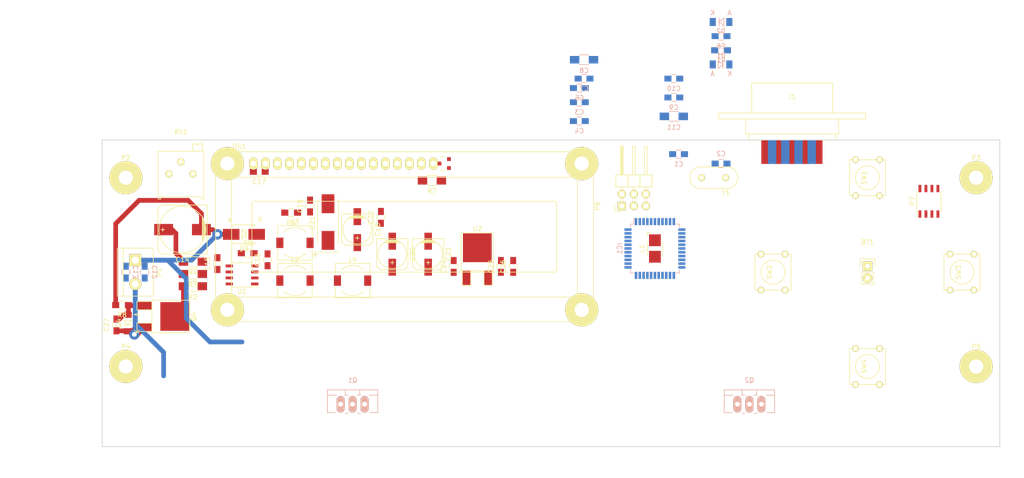
<source format=kicad_pcb>
(kicad_pcb (version 4) (host pcbnew "(2016-05-06 BZR 6776)-product")

  (general
    (links 128)
    (no_connects 117)
    (area 57.924999 40.924999 248.075001 106.075001)
    (thickness 1.6)
    (drawings 46)
    (tracks 48)
    (zones 0)
    (modules 66)
    (nets 94)
  )

  (page A4)
  (layers
    (0 F.Cu signal)
    (31 B.Cu signal)
    (32 B.Adhes user)
    (33 F.Adhes user)
    (34 B.Paste user)
    (35 F.Paste user)
    (36 B.SilkS user)
    (37 F.SilkS user)
    (38 B.Mask user)
    (39 F.Mask user)
    (40 Dwgs.User user)
    (41 Cmts.User user)
    (42 Eco1.User user)
    (43 Eco2.User user)
    (44 Edge.Cuts user)
    (45 Margin user)
    (46 B.CrtYd user)
    (47 F.CrtYd user)
    (48 B.Fab user)
    (49 F.Fab user)
  )

  (setup
    (last_trace_width 1)
    (user_trace_width 1)
    (trace_clearance 0.2)
    (zone_clearance 0.508)
    (zone_45_only no)
    (trace_min 0.2)
    (segment_width 0.2)
    (edge_width 0.15)
    (via_size 0.6)
    (via_drill 0.4)
    (via_min_size 0.4)
    (via_min_drill 0.3)
    (user_via 2.2 1)
    (uvia_size 0.3)
    (uvia_drill 0.1)
    (uvias_allowed no)
    (uvia_min_size 0.2)
    (uvia_min_drill 0.1)
    (pcb_text_width 0.3)
    (pcb_text_size 1.5 1.5)
    (mod_edge_width 0.15)
    (mod_text_size 1 1)
    (mod_text_width 0.15)
    (pad_size 7 7)
    (pad_drill 3)
    (pad_to_mask_clearance 0.2)
    (aux_axis_origin 0 0)
    (visible_elements FFFFFF1F)
    (pcbplotparams
      (layerselection 0x00000_fffffffe)
      (usegerberextensions false)
      (excludeedgelayer false)
      (linewidth 0.100000)
      (plotframeref false)
      (viasonmask false)
      (mode 1)
      (useauxorigin false)
      (hpglpennumber 1)
      (hpglpenspeed 20)
      (hpglpendiameter 15)
      (psnegative false)
      (psa4output false)
      (plotreference false)
      (plotvalue false)
      (plotinvisibletext false)
      (padsonsilk false)
      (subtractmaskfromsilk false)
      (outputformat 2)
      (mirror false)
      (drillshape 1)
      (scaleselection 1)
      (outputdirectory ""))
  )

  (net 0 "")
  (net 1 "Net-(P3-Pad1)")
  (net 2 "Net-(P4-Pad1)")
  (net 3 "Net-(P5-Pad1)")
  (net 4 /5V_D)
  (net 5 GND)
  (net 6 "Net-(IC1-Pad11)")
  (net 7 "Net-(IC1-Pad12)")
  (net 8 "Net-(IC1-Pad15)")
  (net 9 "Net-(IC1-Pad19)")
  (net 10 "Net-(IC1-Pad20)")
  (net 11 "Net-(IC1-Pad21)")
  (net 12 "Net-(IC1-Pad22)")
  (net 13 "Net-(IC1-Pad23)")
  (net 14 "Net-(IC1-Pad24)")
  (net 15 "Net-(IC1-Pad25)")
  (net 16 "Net-(IC1-Pad26)")
  (net 17 /5V_AD)
  (net 18 "Net-(IC1-Pad29)")
  (net 19 "Net-(IC1-Pad40)")
  (net 20 "Net-(IC1-Pad41)")
  (net 21 "Net-(IC1-Pad42)")
  (net 22 "Net-(IC1-Pad43)")
  (net 23 "Net-(IC1-Pad44)")
  (net 24 "Net-(DS1-Pad3)")
  (net 25 "Net-(DS1-Pad7)")
  (net 26 "Net-(DS1-Pad8)")
  (net 27 "Net-(DS1-Pad9)")
  (net 28 "Net-(DS1-Pad10)")
  (net 29 "Net-(DS1-Pad15)")
  (net 30 "Net-(DS1-Pad16)")
  (net 31 /VBUS)
  (net 32 "Net-(SW1-Pad1)")
  (net 33 "Net-(SW2-Pad1)")
  (net 34 "Net-(SW3-Pad1)")
  (net 35 "Net-(SW4-Pad1)")
  (net 36 //RST)
  (net 37 /MISO)
  (net 38 /SCK)
  (net 39 /MOSI)
  (net 40 /XTAL2)
  (net 41 /XTAL1)
  (net 42 "Net-(P6-Pad5)")
  (net 43 "Net-(Q1-Pad2)")
  (net 44 "Net-(P2-Pad1)")
  (net 45 /OC1A)
  (net 46 /ADC3)
  (net 47 /RX)
  (net 48 /TX)
  (net 49 /OC1B)
  (net 50 /OC2)
  (net 51 /ADC7)
  (net 52 /ADC6)
  (net 53 /ADC5)
  (net 54 /ADC4)
  (net 55 /ADC2)
  (net 56 /ADC1)
  (net 57 /ADC0)
  (net 58 "Net-(J1-Pad4)")
  (net 59 "Net-(J1-Pad3)")
  (net 60 "Net-(J1-Pad2)")
  (net 61 "Net-(J1-Pad1)")
  (net 62 "Net-(J1-Pad5)")
  (net 63 "Net-(J1-Pad6)")
  (net 64 "Net-(J1-Pad7)")
  (net 65 "Net-(J1-Pad8)")
  (net 66 "Net-(J1-Pad9)")
  (net 67 "Net-(Q2-Pad2)")
  (net 68 "Net-(P7-Pad1)")
  (net 69 "Net-(P7-Pad2)")
  (net 70 "Net-(P7-Pad3)")
  (net 71 "Net-(P7-Pad4)")
  (net 72 "Net-(P7-Pad5)")
  (net 73 "Net-(P7-Pad6)")
  (net 74 "Net-(P7-Pad7)")
  (net 75 "Net-(P7-Pad8)")
  (net 76 "Net-(BT1-Pad1)")
  (net 77 "Net-(BT1-Pad2)")
  (net 78 "Net-(R2-Pad1)")
  (net 79 "Net-(R5-Pad1)")
  (net 80 /LCD_RS)
  (net 81 /LCD_RW)
  (net 82 /LCD_E)
  (net 83 /LCD_D4)
  (net 84 /LCD_D5)
  (net 85 /LCD_D6)
  (net 86 /LCD_D7)
  (net 87 "Net-(D3-Pad1)")
  (net 88 "Net-(C16-Pad1)")
  (net 89 /7.5V_RAW)
  (net 90 "Net-(Q3-Pad1)")
  (net 91 /7.5V)
  (net 92 "Net-(C14-Pad1)")
  (net 93 "Net-(C27-Pad2)")

  (net_class Default "This is the default net class."
    (clearance 0.2)
    (trace_width 0.25)
    (via_dia 0.6)
    (via_drill 0.4)
    (uvia_dia 0.3)
    (uvia_drill 0.1)
    (add_net //RST)
    (add_net /5V_AD)
    (add_net /5V_D)
    (add_net /7.5V)
    (add_net /7.5V_RAW)
    (add_net /ADC0)
    (add_net /ADC1)
    (add_net /ADC2)
    (add_net /ADC3)
    (add_net /ADC4)
    (add_net /ADC5)
    (add_net /ADC6)
    (add_net /ADC7)
    (add_net /LCD_D4)
    (add_net /LCD_D5)
    (add_net /LCD_D6)
    (add_net /LCD_D7)
    (add_net /LCD_E)
    (add_net /LCD_RS)
    (add_net /LCD_RW)
    (add_net /MISO)
    (add_net /MOSI)
    (add_net /OC1A)
    (add_net /OC1B)
    (add_net /OC2)
    (add_net /RX)
    (add_net /SCK)
    (add_net /TX)
    (add_net /VBUS)
    (add_net /XTAL1)
    (add_net /XTAL2)
    (add_net GND)
    (add_net "Net-(BT1-Pad1)")
    (add_net "Net-(BT1-Pad2)")
    (add_net "Net-(C14-Pad1)")
    (add_net "Net-(C16-Pad1)")
    (add_net "Net-(C27-Pad2)")
    (add_net "Net-(D3-Pad1)")
    (add_net "Net-(DS1-Pad10)")
    (add_net "Net-(DS1-Pad15)")
    (add_net "Net-(DS1-Pad16)")
    (add_net "Net-(DS1-Pad3)")
    (add_net "Net-(DS1-Pad7)")
    (add_net "Net-(DS1-Pad8)")
    (add_net "Net-(DS1-Pad9)")
    (add_net "Net-(IC1-Pad11)")
    (add_net "Net-(IC1-Pad12)")
    (add_net "Net-(IC1-Pad15)")
    (add_net "Net-(IC1-Pad19)")
    (add_net "Net-(IC1-Pad20)")
    (add_net "Net-(IC1-Pad21)")
    (add_net "Net-(IC1-Pad22)")
    (add_net "Net-(IC1-Pad23)")
    (add_net "Net-(IC1-Pad24)")
    (add_net "Net-(IC1-Pad25)")
    (add_net "Net-(IC1-Pad26)")
    (add_net "Net-(IC1-Pad29)")
    (add_net "Net-(IC1-Pad40)")
    (add_net "Net-(IC1-Pad41)")
    (add_net "Net-(IC1-Pad42)")
    (add_net "Net-(IC1-Pad43)")
    (add_net "Net-(IC1-Pad44)")
    (add_net "Net-(J1-Pad1)")
    (add_net "Net-(J1-Pad2)")
    (add_net "Net-(J1-Pad3)")
    (add_net "Net-(J1-Pad4)")
    (add_net "Net-(J1-Pad5)")
    (add_net "Net-(J1-Pad6)")
    (add_net "Net-(J1-Pad7)")
    (add_net "Net-(J1-Pad8)")
    (add_net "Net-(J1-Pad9)")
    (add_net "Net-(P2-Pad1)")
    (add_net "Net-(P3-Pad1)")
    (add_net "Net-(P4-Pad1)")
    (add_net "Net-(P5-Pad1)")
    (add_net "Net-(P6-Pad5)")
    (add_net "Net-(P7-Pad1)")
    (add_net "Net-(P7-Pad2)")
    (add_net "Net-(P7-Pad3)")
    (add_net "Net-(P7-Pad4)")
    (add_net "Net-(P7-Pad5)")
    (add_net "Net-(P7-Pad6)")
    (add_net "Net-(P7-Pad7)")
    (add_net "Net-(P7-Pad8)")
    (add_net "Net-(Q1-Pad2)")
    (add_net "Net-(Q2-Pad2)")
    (add_net "Net-(Q3-Pad1)")
    (add_net "Net-(R2-Pad1)")
    (add_net "Net-(R5-Pad1)")
    (add_net "Net-(SW1-Pad1)")
    (add_net "Net-(SW2-Pad1)")
    (add_net "Net-(SW3-Pad1)")
    (add_net "Net-(SW4-Pad1)")
  )

  (module Mounting_Holes:MountingHole_3.2mm_M3 locked (layer F.Cu) (tedit 56D1B4CB) (tstamp 574EF42C)
    (at 243 49)
    (descr "Mounting Hole 3.2mm, no annular, M3")
    (tags "mounting hole 3.2mm no annular m3")
    (path /574F0EC3)
    (fp_text reference P3 (at 0 -4.2) (layer F.SilkS)
      (effects (font (size 1 1) (thickness 0.15)))
    )
    (fp_text value CONN_01X01 (at 0 4.2) (layer F.Fab)
      (effects (font (size 1 1) (thickness 0.15)))
    )
    (fp_circle (center 0 0) (end 3.2 0) (layer Cmts.User) (width 0.15))
    (fp_circle (center 0 0) (end 3.45 0) (layer F.CrtYd) (width 0.05))
    (pad 1 np_thru_hole circle (at 0 0) (size 7 7) (drill 3) (layers *.Cu *.Mask F.SilkS)
      (net 1 "Net-(P3-Pad1)"))
  )

  (module Mounting_Holes:MountingHole_3.2mm_M3 locked (layer F.Cu) (tedit 56D1B4CB) (tstamp 574EF43F)
    (at 63 89)
    (descr "Mounting Hole 3.2mm, no annular, M3")
    (tags "mounting hole 3.2mm no annular m3")
    (path /574F16B7)
    (fp_text reference P4 (at 0 -4.2) (layer F.SilkS)
      (effects (font (size 1 1) (thickness 0.15)))
    )
    (fp_text value CONN_01X01 (at 0 4.2) (layer F.Fab)
      (effects (font (size 1 1) (thickness 0.15)))
    )
    (fp_circle (center 0 0) (end 3.2 0) (layer Cmts.User) (width 0.15))
    (fp_circle (center 0 0) (end 3.45 0) (layer F.CrtYd) (width 0.05))
    (pad 1 np_thru_hole circle (at 0 0) (size 7 7) (drill 3) (layers *.Cu *.Mask F.SilkS)
      (net 2 "Net-(P4-Pad1)"))
  )

  (module Mounting_Holes:MountingHole_3.2mm_M3 locked (layer F.Cu) (tedit 56D1B4CB) (tstamp 574EF452)
    (at 243 89)
    (descr "Mounting Hole 3.2mm, no annular, M3")
    (tags "mounting hole 3.2mm no annular m3")
    (path /574F16BE)
    (fp_text reference P5 (at 0 -4.2) (layer F.SilkS)
      (effects (font (size 1 1) (thickness 0.15)))
    )
    (fp_text value CONN_01X01 (at 0 4.2) (layer F.Fab)
      (effects (font (size 1 1) (thickness 0.15)))
    )
    (fp_circle (center 0 0) (end 3.2 0) (layer Cmts.User) (width 0.15))
    (fp_circle (center 0 0) (end 3.45 0) (layer F.CrtYd) (width 0.05))
    (pad 1 np_thru_hole circle (at 0 0) (size 7 7) (drill 3) (layers *.Cu *.Mask F.SilkS)
      (net 3 "Net-(P5-Pad1)"))
  )

  (module Housings_QFP:TQFP-44_10x10mm_Pitch0.8mm locked (layer B.Cu) (tedit 54130A77) (tstamp 574EF4D4)
    (at 175 64 270)
    (descr "44-Lead Plastic Thin Quad Flatpack (PT) - 10x10x1.0 mm Body [TQFP] (see Microchip Packaging Specification 00000049BS.pdf)")
    (tags "QFP 0.8")
    (path /574EF4D9)
    (attr smd)
    (fp_text reference IC1 (at 0 7.45 270) (layer B.SilkS)
      (effects (font (size 1 1) (thickness 0.15)) (justify mirror))
    )
    (fp_text value ATMEGA16A-A (at 0 -7.45 270) (layer B.Fab)
      (effects (font (size 1 1) (thickness 0.15)) (justify mirror))
    )
    (fp_line (start -6.7 6.7) (end -6.7 -6.7) (layer B.CrtYd) (width 0.05))
    (fp_line (start 6.7 6.7) (end 6.7 -6.7) (layer B.CrtYd) (width 0.05))
    (fp_line (start -6.7 6.7) (end 6.7 6.7) (layer B.CrtYd) (width 0.05))
    (fp_line (start -6.7 -6.7) (end 6.7 -6.7) (layer B.CrtYd) (width 0.05))
    (fp_line (start -5.175 5.175) (end -5.175 4.5) (layer B.SilkS) (width 0.15))
    (fp_line (start 5.175 5.175) (end 5.175 4.5) (layer B.SilkS) (width 0.15))
    (fp_line (start 5.175 -5.175) (end 5.175 -4.5) (layer B.SilkS) (width 0.15))
    (fp_line (start -5.175 -5.175) (end -5.175 -4.5) (layer B.SilkS) (width 0.15))
    (fp_line (start -5.175 5.175) (end -4.5 5.175) (layer B.SilkS) (width 0.15))
    (fp_line (start -5.175 -5.175) (end -4.5 -5.175) (layer B.SilkS) (width 0.15))
    (fp_line (start 5.175 -5.175) (end 4.5 -5.175) (layer B.SilkS) (width 0.15))
    (fp_line (start 5.175 5.175) (end 4.5 5.175) (layer B.SilkS) (width 0.15))
    (fp_line (start -5.175 4.5) (end -6.45 4.5) (layer B.SilkS) (width 0.15))
    (pad 1 smd rect (at -5.7 4 270) (size 1.5 0.55) (layers B.Cu B.Paste B.Mask)
      (net 39 /MOSI))
    (pad 2 smd rect (at -5.7 3.2 270) (size 1.5 0.55) (layers B.Cu B.Paste B.Mask)
      (net 37 /MISO))
    (pad 3 smd rect (at -5.7 2.4 270) (size 1.5 0.55) (layers B.Cu B.Paste B.Mask)
      (net 38 /SCK))
    (pad 4 smd rect (at -5.7 1.6 270) (size 1.5 0.55) (layers B.Cu B.Paste B.Mask)
      (net 36 //RST))
    (pad 5 smd rect (at -5.7 0.8 270) (size 1.5 0.55) (layers B.Cu B.Paste B.Mask)
      (net 4 /5V_D))
    (pad 6 smd rect (at -5.7 0 270) (size 1.5 0.55) (layers B.Cu B.Paste B.Mask)
      (net 5 GND))
    (pad 7 smd rect (at -5.7 -0.8 270) (size 1.5 0.55) (layers B.Cu B.Paste B.Mask)
      (net 40 /XTAL2))
    (pad 8 smd rect (at -5.7 -1.6 270) (size 1.5 0.55) (layers B.Cu B.Paste B.Mask)
      (net 41 /XTAL1))
    (pad 9 smd rect (at -5.7 -2.4 270) (size 1.5 0.55) (layers B.Cu B.Paste B.Mask)
      (net 47 /RX))
    (pad 10 smd rect (at -5.7 -3.2 270) (size 1.5 0.55) (layers B.Cu B.Paste B.Mask)
      (net 48 /TX))
    (pad 11 smd rect (at -5.7 -4 270) (size 1.5 0.55) (layers B.Cu B.Paste B.Mask)
      (net 6 "Net-(IC1-Pad11)"))
    (pad 12 smd rect (at -4 -5.7 180) (size 1.5 0.55) (layers B.Cu B.Paste B.Mask)
      (net 7 "Net-(IC1-Pad12)"))
    (pad 13 smd rect (at -3.2 -5.7 180) (size 1.5 0.55) (layers B.Cu B.Paste B.Mask)
      (net 49 /OC1B))
    (pad 14 smd rect (at -2.4 -5.7 180) (size 1.5 0.55) (layers B.Cu B.Paste B.Mask)
      (net 45 /OC1A))
    (pad 15 smd rect (at -1.6 -5.7 180) (size 1.5 0.55) (layers B.Cu B.Paste B.Mask)
      (net 8 "Net-(IC1-Pad15)"))
    (pad 16 smd rect (at -0.8 -5.7 180) (size 1.5 0.55) (layers B.Cu B.Paste B.Mask)
      (net 50 /OC2))
    (pad 17 smd rect (at 0 -5.7 180) (size 1.5 0.55) (layers B.Cu B.Paste B.Mask)
      (net 4 /5V_D))
    (pad 18 smd rect (at 0.8 -5.7 180) (size 1.5 0.55) (layers B.Cu B.Paste B.Mask)
      (net 5 GND))
    (pad 19 smd rect (at 1.6 -5.7 180) (size 1.5 0.55) (layers B.Cu B.Paste B.Mask)
      (net 9 "Net-(IC1-Pad19)"))
    (pad 20 smd rect (at 2.4 -5.7 180) (size 1.5 0.55) (layers B.Cu B.Paste B.Mask)
      (net 10 "Net-(IC1-Pad20)"))
    (pad 21 smd rect (at 3.2 -5.7 180) (size 1.5 0.55) (layers B.Cu B.Paste B.Mask)
      (net 11 "Net-(IC1-Pad21)"))
    (pad 22 smd rect (at 4 -5.7 180) (size 1.5 0.55) (layers B.Cu B.Paste B.Mask)
      (net 12 "Net-(IC1-Pad22)"))
    (pad 23 smd rect (at 5.7 -4 270) (size 1.5 0.55) (layers B.Cu B.Paste B.Mask)
      (net 13 "Net-(IC1-Pad23)"))
    (pad 24 smd rect (at 5.7 -3.2 270) (size 1.5 0.55) (layers B.Cu B.Paste B.Mask)
      (net 14 "Net-(IC1-Pad24)"))
    (pad 25 smd rect (at 5.7 -2.4 270) (size 1.5 0.55) (layers B.Cu B.Paste B.Mask)
      (net 15 "Net-(IC1-Pad25)"))
    (pad 26 smd rect (at 5.7 -1.6 270) (size 1.5 0.55) (layers B.Cu B.Paste B.Mask)
      (net 16 "Net-(IC1-Pad26)"))
    (pad 27 smd rect (at 5.7 -0.8 270) (size 1.5 0.55) (layers B.Cu B.Paste B.Mask)
      (net 17 /5V_AD))
    (pad 28 smd rect (at 5.7 0 270) (size 1.5 0.55) (layers B.Cu B.Paste B.Mask)
      (net 5 GND))
    (pad 29 smd rect (at 5.7 0.8 270) (size 1.5 0.55) (layers B.Cu B.Paste B.Mask)
      (net 18 "Net-(IC1-Pad29)"))
    (pad 30 smd rect (at 5.7 1.6 270) (size 1.5 0.55) (layers B.Cu B.Paste B.Mask)
      (net 51 /ADC7))
    (pad 31 smd rect (at 5.7 2.4 270) (size 1.5 0.55) (layers B.Cu B.Paste B.Mask)
      (net 52 /ADC6))
    (pad 32 smd rect (at 5.7 3.2 270) (size 1.5 0.55) (layers B.Cu B.Paste B.Mask)
      (net 53 /ADC5))
    (pad 33 smd rect (at 5.7 4 270) (size 1.5 0.55) (layers B.Cu B.Paste B.Mask)
      (net 54 /ADC4))
    (pad 34 smd rect (at 4 5.7 180) (size 1.5 0.55) (layers B.Cu B.Paste B.Mask)
      (net 46 /ADC3))
    (pad 35 smd rect (at 3.2 5.7 180) (size 1.5 0.55) (layers B.Cu B.Paste B.Mask)
      (net 55 /ADC2))
    (pad 36 smd rect (at 2.4 5.7 180) (size 1.5 0.55) (layers B.Cu B.Paste B.Mask)
      (net 56 /ADC1))
    (pad 37 smd rect (at 1.6 5.7 180) (size 1.5 0.55) (layers B.Cu B.Paste B.Mask)
      (net 57 /ADC0))
    (pad 38 smd rect (at 0.8 5.7 180) (size 1.5 0.55) (layers B.Cu B.Paste B.Mask)
      (net 4 /5V_D))
    (pad 39 smd rect (at 0 5.7 180) (size 1.5 0.55) (layers B.Cu B.Paste B.Mask)
      (net 5 GND))
    (pad 40 smd rect (at -0.8 5.7 180) (size 1.5 0.55) (layers B.Cu B.Paste B.Mask)
      (net 19 "Net-(IC1-Pad40)"))
    (pad 41 smd rect (at -1.6 5.7 180) (size 1.5 0.55) (layers B.Cu B.Paste B.Mask)
      (net 20 "Net-(IC1-Pad41)"))
    (pad 42 smd rect (at -2.4 5.7 180) (size 1.5 0.55) (layers B.Cu B.Paste B.Mask)
      (net 21 "Net-(IC1-Pad42)"))
    (pad 43 smd rect (at -3.2 5.7 180) (size 1.5 0.55) (layers B.Cu B.Paste B.Mask)
      (net 22 "Net-(IC1-Pad43)"))
    (pad 44 smd rect (at -4 5.7 180) (size 1.5 0.55) (layers B.Cu B.Paste B.Mask)
      (net 23 "Net-(IC1-Pad44)"))
    (model Housings_QFP.3dshapes/TQFP-44_10x10mm_Pitch0.8mm.wrl
      (at (xyz 0 0 0))
      (scale (xyz 1 1 1))
      (rotate (xyz 0 0 0))
    )
  )

  (module Display:WC1602A locked (layer F.Cu) (tedit 574F57E3) (tstamp 574EF578)
    (at 90 46)
    (descr http://www.kamami.pl/dl/wc1602a0.pdf)
    (tags "LCD 16x2 Alphanumeric 16pin")
    (path /574EECA3)
    (fp_text reference DS1 (at -2.99974 -3.59918) (layer F.SilkS)
      (effects (font (size 1 1) (thickness 0.15)))
    )
    (fp_text value LCD16X2 (at 31.99892 15.49908) (layer F.Fab)
      (effects (font (size 1 1) (thickness 0.15)))
    )
    (fp_line (start 0.20066 8.001) (end 63.70066 8.001) (layer F.SilkS) (width 0.15))
    (fp_line (start -0.29972 22.49932) (end -0.29972 8.49884) (layer F.SilkS) (width 0.15))
    (fp_line (start 63.70066 22.9997) (end 0.20066 22.9997) (layer F.SilkS) (width 0.15))
    (fp_line (start 64.20104 8.49884) (end 64.20104 22.49932) (layer F.SilkS) (width 0.15))
    (fp_arc (start 63.70066 8.49884) (end 63.70066 8.001) (angle 90) (layer F.SilkS) (width 0.15))
    (fp_arc (start 63.70066 22.49932) (end 64.20104 22.49932) (angle 90) (layer F.SilkS) (width 0.15))
    (fp_arc (start 0.20066 22.49932) (end 0.20066 22.9997) (angle 90) (layer F.SilkS) (width 0.15))
    (fp_arc (start 0.20066 8.49884) (end -0.29972 8.49884) (angle 90) (layer F.SilkS) (width 0.15))
    (fp_line (start -4.59994 2.90068) (end 68.60032 2.90068) (layer F.SilkS) (width 0.15))
    (fp_line (start 68.60032 2.90068) (end 68.60032 28.30068) (layer F.SilkS) (width 0.15))
    (fp_line (start 68.60032 28.30068) (end -4.59994 28.30068) (layer F.SilkS) (width 0.15))
    (fp_line (start -4.59994 28.30068) (end -4.59994 2.90068) (layer F.SilkS) (width 0.15))
    (fp_circle (center 69.49948 0) (end 71.99884 0) (layer F.SilkS) (width 0.15))
    (fp_circle (center 69.49948 31.0007) (end 71.99884 31.0007) (layer F.SilkS) (width 0.15))
    (fp_circle (center -5.4991 31.0007) (end -8.001 31.0007) (layer F.SilkS) (width 0.15))
    (fp_circle (center -5.4991 0) (end -2.99974 0) (layer F.SilkS) (width 0.15))
    (fp_line (start -8.001 -2.49936) (end 71.99884 -2.49936) (layer F.SilkS) (width 0.15))
    (fp_line (start 71.99884 -2.49936) (end 71.99884 33.50006) (layer F.SilkS) (width 0.15))
    (fp_line (start 71.99884 33.50006) (end -8.001 33.50006) (layer F.SilkS) (width 0.15))
    (fp_line (start -8.001 33.50006) (end -8.001 -2.49936) (layer F.SilkS) (width 0.15))
    (pad 1 thru_hole oval (at 0 0) (size 1.8 2.6) (drill 1.2) (layers *.Cu *.Mask F.SilkS)
      (net 5 GND))
    (pad 2 thru_hole oval (at 2.54 0) (size 1.8 2.6) (drill 1.2) (layers *.Cu *.Mask F.SilkS)
      (net 4 /5V_D))
    (pad 3 thru_hole oval (at 5.08 0) (size 1.8 2.6) (drill 1.2) (layers *.Cu *.Mask F.SilkS)
      (net 24 "Net-(DS1-Pad3)"))
    (pad 4 thru_hole oval (at 7.62 0) (size 1.8 2.6) (drill 1.2) (layers *.Cu *.Mask F.SilkS)
      (net 80 /LCD_RS))
    (pad 5 thru_hole oval (at 10.16 0) (size 1.8 2.6) (drill 1.2) (layers *.Cu *.Mask F.SilkS)
      (net 81 /LCD_RW))
    (pad 6 thru_hole oval (at 12.7 0) (size 1.8 2.6) (drill 1.2) (layers *.Cu *.Mask F.SilkS)
      (net 82 /LCD_E))
    (pad 7 thru_hole oval (at 15.24 0) (size 1.8 2.6) (drill 1.2) (layers *.Cu *.Mask F.SilkS)
      (net 25 "Net-(DS1-Pad7)"))
    (pad 8 thru_hole oval (at 17.78 0) (size 1.8 2.6) (drill 1.2) (layers *.Cu *.Mask F.SilkS)
      (net 26 "Net-(DS1-Pad8)"))
    (pad 9 thru_hole oval (at 20.32 0) (size 1.8 2.6) (drill 1.2) (layers *.Cu *.Mask F.SilkS)
      (net 27 "Net-(DS1-Pad9)"))
    (pad 10 thru_hole oval (at 22.86 0) (size 1.8 2.6) (drill 1.2) (layers *.Cu *.Mask F.SilkS)
      (net 28 "Net-(DS1-Pad10)"))
    (pad 11 thru_hole oval (at 25.4 0) (size 1.8 2.6) (drill 1.2) (layers *.Cu *.Mask F.SilkS)
      (net 83 /LCD_D4))
    (pad 12 thru_hole oval (at 27.94 0) (size 1.8 2.6) (drill 1.2) (layers *.Cu *.Mask F.SilkS)
      (net 84 /LCD_D5))
    (pad 13 thru_hole oval (at 30.48 0) (size 1.8 2.6) (drill 1.2) (layers *.Cu *.Mask F.SilkS)
      (net 85 /LCD_D6))
    (pad 14 thru_hole oval (at 33.02 0) (size 1.8 2.6) (drill 1.2) (layers *.Cu *.Mask F.SilkS)
      (net 86 /LCD_D7))
    (pad 15 thru_hole oval (at 35.56 0) (size 1.8 2.6) (drill 1.2) (layers *.Cu *.Mask F.SilkS)
      (net 29 "Net-(DS1-Pad15)"))
    (pad 16 thru_hole oval (at 38.1 0) (size 1.8 2.6) (drill 1.2) (layers *.Cu *.Mask F.SilkS)
      (net 30 "Net-(DS1-Pad16)"))
    (pad "" np_thru_hole circle (at -5.4991 0) (size 7 7) (drill 3) (layers *.Cu *.Mask F.SilkS))
    (pad 0 np_thru_hole circle (at -5.4991 31.0007) (size 7 7) (drill 3) (layers *.Cu *.Mask F.SilkS))
    (pad 0 np_thru_hole circle (at 69.49948 31.0007) (size 7 7) (drill 3) (layers *.Cu *.Mask F.SilkS))
    (pad 0 np_thru_hole circle (at 69.49948 0) (size 7 7) (drill 3) (layers *.Cu *.Mask F.SilkS))
  )

  (module Connect:bornier2 (layer F.Cu) (tedit 0) (tstamp 574EF604)
    (at 65 69 270)
    (descr "Bornier d'alimentation 2 pins")
    (tags DEV)
    (path /574EF0EA)
    (fp_text reference P1 (at 0 -5.08 270) (layer F.SilkS)
      (effects (font (size 1 1) (thickness 0.15)))
    )
    (fp_text value CONN_01X02 (at 0 5.08 270) (layer F.Fab)
      (effects (font (size 1 1) (thickness 0.15)))
    )
    (fp_line (start 5.08 2.54) (end -5.08 2.54) (layer F.SilkS) (width 0.15))
    (fp_line (start 5.08 3.81) (end 5.08 -3.81) (layer F.SilkS) (width 0.15))
    (fp_line (start 5.08 -3.81) (end -5.08 -3.81) (layer F.SilkS) (width 0.15))
    (fp_line (start -5.08 -3.81) (end -5.08 3.81) (layer F.SilkS) (width 0.15))
    (fp_line (start -5.08 3.81) (end 5.08 3.81) (layer F.SilkS) (width 0.15))
    (pad 1 thru_hole rect (at -2.54 0 270) (size 2.54 2.54) (drill 1.524) (layers *.Cu *.Mask F.SilkS)
      (net 5 GND))
    (pad 2 thru_hole circle (at 2.54 0 270) (size 2.54 2.54) (drill 1.524) (layers *.Cu *.Mask F.SilkS)
      (net 31 /VBUS))
    (model Connect.3dshapes/bornier2.wrl
      (at (xyz 0 0 0))
      (scale (xyz 1 1 1))
      (rotate (xyz 0 0 0))
    )
  )

  (module Capacitors_SMD:C_0805_HandSoldering (layer B.Cu) (tedit 541A9B8D) (tstamp 574EF624)
    (at 189 46 180)
    (descr "Capacitor SMD 0805, hand soldering")
    (tags "capacitor 0805")
    (path /574F0192)
    (attr smd)
    (fp_text reference C2 (at 0 2.1 180) (layer B.SilkS)
      (effects (font (size 1 1) (thickness 0.15)) (justify mirror))
    )
    (fp_text value 22p (at 0 -2.1 180) (layer B.Fab)
      (effects (font (size 1 1) (thickness 0.15)) (justify mirror))
    )
    (fp_line (start -2.3 1) (end 2.3 1) (layer B.CrtYd) (width 0.05))
    (fp_line (start -2.3 -1) (end 2.3 -1) (layer B.CrtYd) (width 0.05))
    (fp_line (start -2.3 1) (end -2.3 -1) (layer B.CrtYd) (width 0.05))
    (fp_line (start 2.3 1) (end 2.3 -1) (layer B.CrtYd) (width 0.05))
    (fp_line (start 0.5 0.85) (end -0.5 0.85) (layer B.SilkS) (width 0.15))
    (fp_line (start -0.5 -0.85) (end 0.5 -0.85) (layer B.SilkS) (width 0.15))
    (pad 1 smd rect (at -1.25 0 180) (size 1.5 1.25) (layers B.Cu B.Paste B.Mask)
      (net 41 /XTAL1))
    (pad 2 smd rect (at 1.25 0 180) (size 1.5 1.25) (layers B.Cu B.Paste B.Mask)
      (net 5 GND))
    (model Capacitors_SMD.3dshapes/C_0805_HandSoldering.wrl
      (at (xyz 0 0 0))
      (scale (xyz 1 1 1))
      (rotate (xyz 0 0 0))
    )
  )

  (module Capacitors_SMD:C_0805_HandSoldering (layer B.Cu) (tedit 541A9B8D) (tstamp 574EF646)
    (at 180 44)
    (descr "Capacitor SMD 0805, hand soldering")
    (tags "capacitor 0805")
    (path /574EFF05)
    (attr smd)
    (fp_text reference C1 (at 0 2.1) (layer B.SilkS)
      (effects (font (size 1 1) (thickness 0.15)) (justify mirror))
    )
    (fp_text value 22p (at 0 -2.1) (layer B.Fab)
      (effects (font (size 1 1) (thickness 0.15)) (justify mirror))
    )
    (fp_line (start -2.3 1) (end 2.3 1) (layer B.CrtYd) (width 0.05))
    (fp_line (start -2.3 -1) (end 2.3 -1) (layer B.CrtYd) (width 0.05))
    (fp_line (start -2.3 1) (end -2.3 -1) (layer B.CrtYd) (width 0.05))
    (fp_line (start 2.3 1) (end 2.3 -1) (layer B.CrtYd) (width 0.05))
    (fp_line (start 0.5 0.85) (end -0.5 0.85) (layer B.SilkS) (width 0.15))
    (fp_line (start -0.5 -0.85) (end 0.5 -0.85) (layer B.SilkS) (width 0.15))
    (pad 1 smd rect (at -1.25 0) (size 1.5 1.25) (layers B.Cu B.Paste B.Mask)
      (net 40 /XTAL2))
    (pad 2 smd rect (at 1.25 0) (size 1.5 1.25) (layers B.Cu B.Paste B.Mask)
      (net 5 GND))
    (model Capacitors_SMD.3dshapes/C_0805_HandSoldering.wrl
      (at (xyz 0 0 0))
      (scale (xyz 1 1 1))
      (rotate (xyz 0 0 0))
    )
  )

  (module Buttons_Switches_ThroughHole:SW_PUSH_SMALL (layer F.Cu) (tedit 0) (tstamp 574EF669)
    (at 220 49 90)
    (path /574EF2F9)
    (fp_text reference SW1 (at 0 -0.762 90) (layer F.SilkS)
      (effects (font (size 1 1) (thickness 0.15)))
    )
    (fp_text value SW_PUSH_SMALL (at 0 1.016 90) (layer F.Fab)
      (effects (font (size 1 1) (thickness 0.15)))
    )
    (fp_circle (center 0 0) (end 0 -2.54) (layer F.SilkS) (width 0.15))
    (fp_line (start -3.81 -3.81) (end 3.81 -3.81) (layer F.SilkS) (width 0.15))
    (fp_line (start 3.81 -3.81) (end 3.81 3.81) (layer F.SilkS) (width 0.15))
    (fp_line (start 3.81 3.81) (end -3.81 3.81) (layer F.SilkS) (width 0.15))
    (fp_line (start -3.81 -3.81) (end -3.81 3.81) (layer F.SilkS) (width 0.15))
    (pad 1 thru_hole circle (at 3.81 -2.54 90) (size 1.397 1.397) (drill 0.8128) (layers *.Cu *.Mask F.SilkS)
      (net 32 "Net-(SW1-Pad1)"))
    (pad 2 thru_hole circle (at 3.81 2.54 90) (size 1.397 1.397) (drill 0.8128) (layers *.Cu *.Mask F.SilkS)
      (net 5 GND))
    (pad 1 thru_hole circle (at -3.81 -2.54 90) (size 1.397 1.397) (drill 0.8128) (layers *.Cu *.Mask F.SilkS)
      (net 32 "Net-(SW1-Pad1)"))
    (pad 2 thru_hole circle (at -3.81 2.54 90) (size 1.397 1.397) (drill 0.8128) (layers *.Cu *.Mask F.SilkS)
      (net 5 GND))
  )

  (module Buttons_Switches_ThroughHole:SW_PUSH_SMALL (layer F.Cu) (tedit 0) (tstamp 574EF68E)
    (at 200 69 90)
    (path /574EED32)
    (fp_text reference SW2 (at 0 -0.762 90) (layer F.SilkS)
      (effects (font (size 1 1) (thickness 0.15)))
    )
    (fp_text value SW_PUSH_SMALL (at 0 1.016 90) (layer F.Fab)
      (effects (font (size 1 1) (thickness 0.15)))
    )
    (fp_circle (center 0 0) (end 0 -2.54) (layer F.SilkS) (width 0.15))
    (fp_line (start -3.81 -3.81) (end 3.81 -3.81) (layer F.SilkS) (width 0.15))
    (fp_line (start 3.81 -3.81) (end 3.81 3.81) (layer F.SilkS) (width 0.15))
    (fp_line (start 3.81 3.81) (end -3.81 3.81) (layer F.SilkS) (width 0.15))
    (fp_line (start -3.81 -3.81) (end -3.81 3.81) (layer F.SilkS) (width 0.15))
    (pad 1 thru_hole circle (at 3.81 -2.54 90) (size 1.397 1.397) (drill 0.8128) (layers *.Cu *.Mask F.SilkS)
      (net 33 "Net-(SW2-Pad1)"))
    (pad 2 thru_hole circle (at 3.81 2.54 90) (size 1.397 1.397) (drill 0.8128) (layers *.Cu *.Mask F.SilkS)
      (net 5 GND))
    (pad 1 thru_hole circle (at -3.81 -2.54 90) (size 1.397 1.397) (drill 0.8128) (layers *.Cu *.Mask F.SilkS)
      (net 33 "Net-(SW2-Pad1)"))
    (pad 2 thru_hole circle (at -3.81 2.54 90) (size 1.397 1.397) (drill 0.8128) (layers *.Cu *.Mask F.SilkS)
      (net 5 GND))
  )

  (module Buttons_Switches_ThroughHole:SW_PUSH_SMALL (layer F.Cu) (tedit 0) (tstamp 574EF6B3)
    (at 240 69 90)
    (path /574EF352)
    (fp_text reference SW3 (at 0 -0.762 90) (layer F.SilkS)
      (effects (font (size 1 1) (thickness 0.15)))
    )
    (fp_text value SW_PUSH_SMALL (at 0 1.016 90) (layer F.Fab)
      (effects (font (size 1 1) (thickness 0.15)))
    )
    (fp_circle (center 0 0) (end 0 -2.54) (layer F.SilkS) (width 0.15))
    (fp_line (start -3.81 -3.81) (end 3.81 -3.81) (layer F.SilkS) (width 0.15))
    (fp_line (start 3.81 -3.81) (end 3.81 3.81) (layer F.SilkS) (width 0.15))
    (fp_line (start 3.81 3.81) (end -3.81 3.81) (layer F.SilkS) (width 0.15))
    (fp_line (start -3.81 -3.81) (end -3.81 3.81) (layer F.SilkS) (width 0.15))
    (pad 1 thru_hole circle (at 3.81 -2.54 90) (size 1.397 1.397) (drill 0.8128) (layers *.Cu *.Mask F.SilkS)
      (net 34 "Net-(SW3-Pad1)"))
    (pad 2 thru_hole circle (at 3.81 2.54 90) (size 1.397 1.397) (drill 0.8128) (layers *.Cu *.Mask F.SilkS)
      (net 5 GND))
    (pad 1 thru_hole circle (at -3.81 -2.54 90) (size 1.397 1.397) (drill 0.8128) (layers *.Cu *.Mask F.SilkS)
      (net 34 "Net-(SW3-Pad1)"))
    (pad 2 thru_hole circle (at -3.81 2.54 90) (size 1.397 1.397) (drill 0.8128) (layers *.Cu *.Mask F.SilkS)
      (net 5 GND))
  )

  (module Buttons_Switches_ThroughHole:SW_PUSH_SMALL (layer F.Cu) (tedit 0) (tstamp 574EF6D8)
    (at 220 89 90)
    (path /574EF31D)
    (fp_text reference SW4 (at 0 -0.762 90) (layer F.SilkS)
      (effects (font (size 1 1) (thickness 0.15)))
    )
    (fp_text value SW_PUSH_SMALL (at 0 1.016 90) (layer F.Fab)
      (effects (font (size 1 1) (thickness 0.15)))
    )
    (fp_circle (center 0 0) (end 0 -2.54) (layer F.SilkS) (width 0.15))
    (fp_line (start -3.81 -3.81) (end 3.81 -3.81) (layer F.SilkS) (width 0.15))
    (fp_line (start 3.81 -3.81) (end 3.81 3.81) (layer F.SilkS) (width 0.15))
    (fp_line (start 3.81 3.81) (end -3.81 3.81) (layer F.SilkS) (width 0.15))
    (fp_line (start -3.81 -3.81) (end -3.81 3.81) (layer F.SilkS) (width 0.15))
    (pad 1 thru_hole circle (at 3.81 -2.54 90) (size 1.397 1.397) (drill 0.8128) (layers *.Cu *.Mask F.SilkS)
      (net 35 "Net-(SW4-Pad1)"))
    (pad 2 thru_hole circle (at 3.81 2.54 90) (size 1.397 1.397) (drill 0.8128) (layers *.Cu *.Mask F.SilkS)
      (net 5 GND))
    (pad 1 thru_hole circle (at -3.81 -2.54 90) (size 1.397 1.397) (drill 0.8128) (layers *.Cu *.Mask F.SilkS)
      (net 35 "Net-(SW4-Pad1)"))
    (pad 2 thru_hole circle (at -3.81 2.54 90) (size 1.397 1.397) (drill 0.8128) (layers *.Cu *.Mask F.SilkS)
      (net 5 GND))
  )

  (module Resistors_SMD:R_0805_HandSoldering (layer B.Cu) (tedit 54189DEE) (tstamp 574F1E07)
    (at 189 22)
    (descr "Resistor SMD 0805, hand soldering")
    (tags "resistor 0805")
    (path /574F54D9)
    (attr smd)
    (fp_text reference R1 (at 0 2.1) (layer B.SilkS)
      (effects (font (size 1 1) (thickness 0.15)) (justify mirror))
    )
    (fp_text value 20k (at 0 -2.1) (layer B.Fab)
      (effects (font (size 1 1) (thickness 0.15)) (justify mirror))
    )
    (fp_line (start -2.4 1) (end 2.4 1) (layer B.CrtYd) (width 0.05))
    (fp_line (start -2.4 -1) (end 2.4 -1) (layer B.CrtYd) (width 0.05))
    (fp_line (start -2.4 1) (end -2.4 -1) (layer B.CrtYd) (width 0.05))
    (fp_line (start 2.4 1) (end 2.4 -1) (layer B.CrtYd) (width 0.05))
    (fp_line (start 0.6 -0.875) (end -0.6 -0.875) (layer B.SilkS) (width 0.15))
    (fp_line (start -0.6 0.875) (end 0.6 0.875) (layer B.SilkS) (width 0.15))
    (pad 1 smd rect (at -1.35 0) (size 1.5 1.3) (layers B.Cu B.Paste B.Mask)
      (net 36 //RST))
    (pad 2 smd rect (at 1.35 0) (size 1.5 1.3) (layers B.Cu B.Paste B.Mask)
      (net 4 /5V_D))
    (model Resistors_SMD.3dshapes/R_0805_HandSoldering.wrl
      (at (xyz 0 0 0))
      (scale (xyz 1 1 1))
      (rotate (xyz 0 0 0))
    )
  )

  (module Pin_Headers:Pin_Header_Angled_2x03 locked (layer F.Cu) (tedit 0) (tstamp 574F1E54)
    (at 168 55 90)
    (descr "Through hole pin header")
    (tags "pin header")
    (path /574F4A60)
    (fp_text reference P6 (at 0 -5.1 90) (layer F.SilkS)
      (effects (font (size 1 1) (thickness 0.15)))
    )
    (fp_text value CONN_02X03 (at 0 -3.1 90) (layer F.Fab)
      (effects (font (size 1 1) (thickness 0.15)))
    )
    (fp_line (start -1.35 -1.75) (end -1.35 6.85) (layer F.CrtYd) (width 0.05))
    (fp_line (start 13.2 -1.75) (end 13.2 6.85) (layer F.CrtYd) (width 0.05))
    (fp_line (start -1.35 -1.75) (end 13.2 -1.75) (layer F.CrtYd) (width 0.05))
    (fp_line (start -1.35 6.85) (end 13.2 6.85) (layer F.CrtYd) (width 0.05))
    (fp_line (start 1.524 5.334) (end 1.016 5.334) (layer F.SilkS) (width 0.15))
    (fp_line (start 1.524 4.826) (end 1.016 4.826) (layer F.SilkS) (width 0.15))
    (fp_line (start 1.524 2.794) (end 1.016 2.794) (layer F.SilkS) (width 0.15))
    (fp_line (start 1.524 2.286) (end 1.016 2.286) (layer F.SilkS) (width 0.15))
    (fp_line (start 1.524 0.254) (end 1.016 0.254) (layer F.SilkS) (width 0.15))
    (fp_line (start 1.524 -0.254) (end 1.016 -0.254) (layer F.SilkS) (width 0.15))
    (fp_line (start 4.064 2.286) (end 3.556 2.286) (layer F.SilkS) (width 0.15))
    (fp_line (start 4.064 2.794) (end 3.556 2.794) (layer F.SilkS) (width 0.15))
    (fp_line (start 4.064 4.826) (end 3.556 4.826) (layer F.SilkS) (width 0.15))
    (fp_line (start 4.064 5.334) (end 3.556 5.334) (layer F.SilkS) (width 0.15))
    (fp_line (start 4.064 -0.254) (end 3.556 -0.254) (layer F.SilkS) (width 0.15))
    (fp_line (start 4.064 0.254) (end 3.556 0.254) (layer F.SilkS) (width 0.15))
    (fp_line (start 0 -1.55) (end -1.15 -1.55) (layer F.SilkS) (width 0.15))
    (fp_line (start -1.15 -1.55) (end -1.15 0) (layer F.SilkS) (width 0.15))
    (fp_line (start 6.604 -0.127) (end 12.573 -0.127) (layer F.SilkS) (width 0.15))
    (fp_line (start 12.573 -0.127) (end 12.573 0.127) (layer F.SilkS) (width 0.15))
    (fp_line (start 12.573 0.127) (end 6.731 0.127) (layer F.SilkS) (width 0.15))
    (fp_line (start 6.731 0.127) (end 6.731 0) (layer F.SilkS) (width 0.15))
    (fp_line (start 6.731 0) (end 12.573 0) (layer F.SilkS) (width 0.15))
    (fp_line (start 4.064 1.27) (end 4.064 3.81) (layer F.SilkS) (width 0.15))
    (fp_line (start 4.064 3.81) (end 6.604 3.81) (layer F.SilkS) (width 0.15))
    (fp_line (start 6.604 2.286) (end 12.7 2.286) (layer F.SilkS) (width 0.15))
    (fp_line (start 12.7 2.286) (end 12.7 2.794) (layer F.SilkS) (width 0.15))
    (fp_line (start 12.7 2.794) (end 6.604 2.794) (layer F.SilkS) (width 0.15))
    (fp_line (start 6.604 3.81) (end 6.604 1.27) (layer F.SilkS) (width 0.15))
    (fp_line (start 4.064 6.35) (end 6.604 6.35) (layer F.SilkS) (width 0.15))
    (fp_line (start 6.604 6.35) (end 6.604 3.81) (layer F.SilkS) (width 0.15))
    (fp_line (start 12.7 5.334) (end 6.604 5.334) (layer F.SilkS) (width 0.15))
    (fp_line (start 12.7 4.826) (end 12.7 5.334) (layer F.SilkS) (width 0.15))
    (fp_line (start 6.604 4.826) (end 12.7 4.826) (layer F.SilkS) (width 0.15))
    (fp_line (start 4.064 6.35) (end 6.604 6.35) (layer F.SilkS) (width 0.15))
    (fp_line (start 4.064 3.81) (end 4.064 6.35) (layer F.SilkS) (width 0.15))
    (fp_line (start 4.064 3.81) (end 6.604 3.81) (layer F.SilkS) (width 0.15))
    (fp_line (start 4.064 1.27) (end 6.604 1.27) (layer F.SilkS) (width 0.15))
    (fp_line (start 6.604 1.27) (end 6.604 -1.27) (layer F.SilkS) (width 0.15))
    (fp_line (start 12.7 0.254) (end 6.604 0.254) (layer F.SilkS) (width 0.15))
    (fp_line (start 12.7 -0.254) (end 12.7 0.254) (layer F.SilkS) (width 0.15))
    (fp_line (start 6.604 -0.254) (end 12.7 -0.254) (layer F.SilkS) (width 0.15))
    (fp_line (start 4.064 1.27) (end 6.604 1.27) (layer F.SilkS) (width 0.15))
    (fp_line (start 4.064 -1.27) (end 4.064 1.27) (layer F.SilkS) (width 0.15))
    (fp_line (start 4.064 -1.27) (end 6.604 -1.27) (layer F.SilkS) (width 0.15))
    (pad 1 thru_hole rect (at 0 0 90) (size 1.7272 1.7272) (drill 1.016) (layers *.Cu *.Mask F.SilkS)
      (net 5 GND))
    (pad 2 thru_hole oval (at 2.54 0 90) (size 1.7272 1.7272) (drill 1.016) (layers *.Cu *.Mask F.SilkS)
      (net 36 //RST))
    (pad 3 thru_hole oval (at 0 2.54 90) (size 1.7272 1.7272) (drill 1.016) (layers *.Cu *.Mask F.SilkS)
      (net 39 /MOSI))
    (pad 4 thru_hole oval (at 2.54 2.54 90) (size 1.7272 1.7272) (drill 1.016) (layers *.Cu *.Mask F.SilkS)
      (net 38 /SCK))
    (pad 5 thru_hole oval (at 0 5.08 90) (size 1.7272 1.7272) (drill 1.016) (layers *.Cu *.Mask F.SilkS)
      (net 42 "Net-(P6-Pad5)"))
    (pad 6 thru_hole oval (at 2.54 5.08 90) (size 1.7272 1.7272) (drill 1.016) (layers *.Cu *.Mask F.SilkS)
      (net 37 /MISO))
    (model Pin_Headers.3dshapes/Pin_Header_Angled_2x03.wrl
      (at (xyz 0.05 -0.1 0))
      (scale (xyz 1 1 1))
      (rotate (xyz 0 0 90))
    )
  )

  (module Inductors:Inductor_1212 (layer F.Cu) (tedit 5652586A) (tstamp 574F1EFE)
    (at 175 64 270)
    (path /574F2079)
    (attr smd)
    (fp_text reference L1 (at 0 2.75 270) (layer F.SilkS)
      (effects (font (size 1 1) (thickness 0.15)))
    )
    (fp_text value 1u (at 0 -2.75 270) (layer F.Fab)
      (effects (font (size 1 1) (thickness 0.15)))
    )
    (fp_line (start -3.35 1.6) (end -3.35 0.95) (layer F.SilkS) (width 0.15))
    (fp_line (start -2.6 1.6) (end -3.35 1.6) (layer F.SilkS) (width 0.15))
    (fp_line (start -3.5 2) (end -3.5 -2) (layer F.CrtYd) (width 0.05))
    (fp_line (start 3.5 2) (end -3.5 2) (layer F.CrtYd) (width 0.05))
    (fp_line (start 3.5 -2) (end 3.5 2) (layer F.CrtYd) (width 0.05))
    (fp_line (start -3.5 -2) (end 3.5 -2) (layer F.CrtYd) (width 0.05))
    (fp_line (start 1.5 1.6) (end -1.5 1.6) (layer F.SilkS) (width 0.15))
    (fp_line (start -1.5 -1.6) (end 1.5 -1.6) (layer F.SilkS) (width 0.15))
    (pad 1 smd rect (at -1.75 0 270) (size 2.5 2.5) (layers F.Cu F.Paste F.Mask)
      (net 4 /5V_D))
    (pad 2 smd rect (at 1.75 0 270) (size 2.5 2.5) (layers F.Cu F.Paste F.Mask)
      (net 17 /5V_AD))
  )

  (module Diodes_SMD:MiniMELF_Standard (layer B.Cu) (tedit 55364937) (tstamp 574F1FF8)
    (at 189 16)
    (descr "Diode Mini-MELF Standard")
    (tags "Diode Mini-MELF Standard")
    (path /574F5D24)
    (attr smd)
    (fp_text reference D2 (at 0 1.95) (layer B.SilkS)
      (effects (font (size 1 1) (thickness 0.15)) (justify mirror))
    )
    (fp_text value 1N4148 (at 0 -3.81) (layer B.Fab)
      (effects (font (size 1 1) (thickness 0.15)) (justify mirror))
    )
    (fp_line (start -2.55 1) (end 2.55 1) (layer B.CrtYd) (width 0.05))
    (fp_line (start 2.55 1) (end 2.55 -1) (layer B.CrtYd) (width 0.05))
    (fp_line (start 2.55 -1) (end -2.55 -1) (layer B.CrtYd) (width 0.05))
    (fp_line (start -2.55 -1) (end -2.55 1) (layer B.CrtYd) (width 0.05))
    (fp_line (start -0.40024 -0.0508) (end 0.60052 0.85) (layer B.SilkS) (width 0.15))
    (fp_line (start 0.60052 0.85) (end 0.60052 -0.85) (layer B.SilkS) (width 0.15))
    (fp_line (start 0.60052 -0.85) (end -0.40024 0) (layer B.SilkS) (width 0.15))
    (fp_line (start -0.40024 0.85) (end -0.40024 -0.85) (layer B.SilkS) (width 0.15))
    (fp_text user K (at -1.8 -1.95) (layer B.SilkS)
      (effects (font (size 1 1) (thickness 0.15)) (justify mirror))
    )
    (fp_text user A (at 1.8 -1.95) (layer B.SilkS)
      (effects (font (size 1 1) (thickness 0.15)) (justify mirror))
    )
    (fp_circle (center 0 0) (end 0 -0.55118) (layer B.Adhes) (width 0.381))
    (fp_circle (center 0 0) (end 0 -0.20066) (layer B.Adhes) (width 0.381))
    (pad 1 smd rect (at -1.75006 0) (size 1.30048 1.69926) (layers B.Cu B.Paste B.Mask)
      (net 36 //RST))
    (pad 2 smd rect (at 1.75006 0) (size 1.30048 1.69926) (layers B.Cu B.Paste B.Mask)
      (net 5 GND))
    (model Diodes_SMD.3dshapes/MiniMELF_Standard.wrl
      (at (xyz 0 0 0))
      (scale (xyz 0.3937 0.3937 0.3937))
      (rotate (xyz 0 0 0))
    )
  )

  (module Diodes_SMD:MiniMELF_Standard (layer B.Cu) (tedit 55364937) (tstamp 574F202C)
    (at 189 25 180)
    (descr "Diode Mini-MELF Standard")
    (tags "Diode Mini-MELF Standard")
    (path /574F5A96)
    (attr smd)
    (fp_text reference D1 (at 0 1.95 180) (layer B.SilkS)
      (effects (font (size 1 1) (thickness 0.15)) (justify mirror))
    )
    (fp_text value 1N4148 (at 0 -3.81 180) (layer B.Fab)
      (effects (font (size 1 1) (thickness 0.15)) (justify mirror))
    )
    (fp_line (start -2.55 1) (end 2.55 1) (layer B.CrtYd) (width 0.05))
    (fp_line (start 2.55 1) (end 2.55 -1) (layer B.CrtYd) (width 0.05))
    (fp_line (start 2.55 -1) (end -2.55 -1) (layer B.CrtYd) (width 0.05))
    (fp_line (start -2.55 -1) (end -2.55 1) (layer B.CrtYd) (width 0.05))
    (fp_line (start -0.40024 -0.0508) (end 0.60052 0.85) (layer B.SilkS) (width 0.15))
    (fp_line (start 0.60052 0.85) (end 0.60052 -0.85) (layer B.SilkS) (width 0.15))
    (fp_line (start 0.60052 -0.85) (end -0.40024 0) (layer B.SilkS) (width 0.15))
    (fp_line (start -0.40024 0.85) (end -0.40024 -0.85) (layer B.SilkS) (width 0.15))
    (fp_text user K (at -1.8 -1.95 180) (layer B.SilkS)
      (effects (font (size 1 1) (thickness 0.15)) (justify mirror))
    )
    (fp_text user A (at 1.8 -1.95 180) (layer B.SilkS)
      (effects (font (size 1 1) (thickness 0.15)) (justify mirror))
    )
    (fp_circle (center 0 0) (end 0 -0.55118) (layer B.Adhes) (width 0.381))
    (fp_circle (center 0 0) (end 0 -0.20066) (layer B.Adhes) (width 0.381))
    (pad 1 smd rect (at -1.75006 0 180) (size 1.30048 1.69926) (layers B.Cu B.Paste B.Mask)
      (net 4 /5V_D))
    (pad 2 smd rect (at 1.75006 0 180) (size 1.30048 1.69926) (layers B.Cu B.Paste B.Mask)
      (net 36 //RST))
    (model Diodes_SMD.3dshapes/MiniMELF_Standard.wrl
      (at (xyz 0 0 0))
      (scale (xyz 0.3937 0.3937 0.3937))
      (rotate (xyz 0 0 0))
    )
  )

  (module Capacitors_SMD:C_1206_HandSoldering (layer B.Cu) (tedit 541A9C03) (tstamp 574F208A)
    (at 160 24)
    (descr "Capacitor SMD 1206, hand soldering")
    (tags "capacitor 1206")
    (path /574F2477)
    (attr smd)
    (fp_text reference C8 (at 0 2.3) (layer B.SilkS)
      (effects (font (size 1 1) (thickness 0.15)) (justify mirror))
    )
    (fp_text value 1u (at 0 -2.3) (layer B.Fab)
      (effects (font (size 1 1) (thickness 0.15)) (justify mirror))
    )
    (fp_line (start -3.3 1.15) (end 3.3 1.15) (layer B.CrtYd) (width 0.05))
    (fp_line (start -3.3 -1.15) (end 3.3 -1.15) (layer B.CrtYd) (width 0.05))
    (fp_line (start -3.3 1.15) (end -3.3 -1.15) (layer B.CrtYd) (width 0.05))
    (fp_line (start 3.3 1.15) (end 3.3 -1.15) (layer B.CrtYd) (width 0.05))
    (fp_line (start 1 1.025) (end -1 1.025) (layer B.SilkS) (width 0.15))
    (fp_line (start -1 -1.025) (end 1 -1.025) (layer B.SilkS) (width 0.15))
    (pad 1 smd rect (at -2 0) (size 2 1.6) (layers B.Cu B.Paste B.Mask)
      (net 4 /5V_D))
    (pad 2 smd rect (at 2 0) (size 2 1.6) (layers B.Cu B.Paste B.Mask)
      (net 5 GND))
    (model Capacitors_SMD.3dshapes/C_1206_HandSoldering.wrl
      (at (xyz 0 0 0))
      (scale (xyz 1 1 1))
      (rotate (xyz 0 0 0))
    )
  )

  (module Capacitors_SMD:C_1206_HandSoldering (layer B.Cu) (tedit 541A9C03) (tstamp 574F20AC)
    (at 179 36)
    (descr "Capacitor SMD 1206, hand soldering")
    (tags "capacitor 1206")
    (path /574F2388)
    (attr smd)
    (fp_text reference C11 (at 0 2.3) (layer B.SilkS)
      (effects (font (size 1 1) (thickness 0.15)) (justify mirror))
    )
    (fp_text value 1u (at 0 -2.3) (layer B.Fab)
      (effects (font (size 1 1) (thickness 0.15)) (justify mirror))
    )
    (fp_line (start -3.3 1.15) (end 3.3 1.15) (layer B.CrtYd) (width 0.05))
    (fp_line (start -3.3 -1.15) (end 3.3 -1.15) (layer B.CrtYd) (width 0.05))
    (fp_line (start -3.3 1.15) (end -3.3 -1.15) (layer B.CrtYd) (width 0.05))
    (fp_line (start 3.3 1.15) (end 3.3 -1.15) (layer B.CrtYd) (width 0.05))
    (fp_line (start 1 1.025) (end -1 1.025) (layer B.SilkS) (width 0.15))
    (fp_line (start -1 -1.025) (end 1 -1.025) (layer B.SilkS) (width 0.15))
    (pad 1 smd rect (at -2 0) (size 2 1.6) (layers B.Cu B.Paste B.Mask)
      (net 17 /5V_AD))
    (pad 2 smd rect (at 2 0) (size 2 1.6) (layers B.Cu B.Paste B.Mask)
      (net 5 GND))
    (model Capacitors_SMD.3dshapes/C_1206_HandSoldering.wrl
      (at (xyz 0 0 0))
      (scale (xyz 1 1 1))
      (rotate (xyz 0 0 0))
    )
  )

  (module Capacitors_SMD:C_0805_HandSoldering (layer B.Cu) (tedit 541A9B8D) (tstamp 574F20CE)
    (at 179 28)
    (descr "Capacitor SMD 0805, hand soldering")
    (tags "capacitor 0805")
    (path /574F2311)
    (attr smd)
    (fp_text reference C10 (at 0 2.1) (layer B.SilkS)
      (effects (font (size 1 1) (thickness 0.15)) (justify mirror))
    )
    (fp_text value 100n (at 0 -2.1) (layer B.Fab)
      (effects (font (size 1 1) (thickness 0.15)) (justify mirror))
    )
    (fp_line (start -2.3 1) (end 2.3 1) (layer B.CrtYd) (width 0.05))
    (fp_line (start -2.3 -1) (end 2.3 -1) (layer B.CrtYd) (width 0.05))
    (fp_line (start -2.3 1) (end -2.3 -1) (layer B.CrtYd) (width 0.05))
    (fp_line (start 2.3 1) (end 2.3 -1) (layer B.CrtYd) (width 0.05))
    (fp_line (start 0.5 0.85) (end -0.5 0.85) (layer B.SilkS) (width 0.15))
    (fp_line (start -0.5 -0.85) (end 0.5 -0.85) (layer B.SilkS) (width 0.15))
    (pad 1 smd rect (at -1.25 0) (size 1.5 1.25) (layers B.Cu B.Paste B.Mask)
      (net 17 /5V_AD))
    (pad 2 smd rect (at 1.25 0) (size 1.5 1.25) (layers B.Cu B.Paste B.Mask)
      (net 5 GND))
    (model Capacitors_SMD.3dshapes/C_0805_HandSoldering.wrl
      (at (xyz 0 0 0))
      (scale (xyz 1 1 1))
      (rotate (xyz 0 0 0))
    )
  )

  (module Capacitors_SMD:C_0805_HandSoldering (layer B.Cu) (tedit 541A9B8D) (tstamp 574F20F0)
    (at 179 32)
    (descr "Capacitor SMD 0805, hand soldering")
    (tags "capacitor 0805")
    (path /574F2FDC)
    (attr smd)
    (fp_text reference C9 (at 0 2.1) (layer B.SilkS)
      (effects (font (size 1 1) (thickness 0.15)) (justify mirror))
    )
    (fp_text value 10n (at 0 -2.1) (layer B.Fab)
      (effects (font (size 1 1) (thickness 0.15)) (justify mirror))
    )
    (fp_line (start -2.3 1) (end 2.3 1) (layer B.CrtYd) (width 0.05))
    (fp_line (start -2.3 -1) (end 2.3 -1) (layer B.CrtYd) (width 0.05))
    (fp_line (start -2.3 1) (end -2.3 -1) (layer B.CrtYd) (width 0.05))
    (fp_line (start 2.3 1) (end 2.3 -1) (layer B.CrtYd) (width 0.05))
    (fp_line (start 0.5 0.85) (end -0.5 0.85) (layer B.SilkS) (width 0.15))
    (fp_line (start -0.5 -0.85) (end 0.5 -0.85) (layer B.SilkS) (width 0.15))
    (pad 1 smd rect (at -1.25 0) (size 1.5 1.25) (layers B.Cu B.Paste B.Mask)
      (net 17 /5V_AD))
    (pad 2 smd rect (at 1.25 0) (size 1.5 1.25) (layers B.Cu B.Paste B.Mask)
      (net 5 GND))
    (model Capacitors_SMD.3dshapes/C_0805_HandSoldering.wrl
      (at (xyz 0 0 0))
      (scale (xyz 1 1 1))
      (rotate (xyz 0 0 0))
    )
  )

  (module Capacitors_SMD:C_0805_HandSoldering (layer B.Cu) (tedit 541A9B8D) (tstamp 574F2112)
    (at 160 28)
    (descr "Capacitor SMD 0805, hand soldering")
    (tags "capacitor 0805")
    (path /574F1FF7)
    (attr smd)
    (fp_text reference C7 (at 0 2.1) (layer B.SilkS)
      (effects (font (size 1 1) (thickness 0.15)) (justify mirror))
    )
    (fp_text value 100n (at 0 -2.1) (layer B.Fab)
      (effects (font (size 1 1) (thickness 0.15)) (justify mirror))
    )
    (fp_line (start -2.3 1) (end 2.3 1) (layer B.CrtYd) (width 0.05))
    (fp_line (start -2.3 -1) (end 2.3 -1) (layer B.CrtYd) (width 0.05))
    (fp_line (start -2.3 1) (end -2.3 -1) (layer B.CrtYd) (width 0.05))
    (fp_line (start 2.3 1) (end 2.3 -1) (layer B.CrtYd) (width 0.05))
    (fp_line (start 0.5 0.85) (end -0.5 0.85) (layer B.SilkS) (width 0.15))
    (fp_line (start -0.5 -0.85) (end 0.5 -0.85) (layer B.SilkS) (width 0.15))
    (pad 1 smd rect (at -1.25 0) (size 1.5 1.25) (layers B.Cu B.Paste B.Mask)
      (net 4 /5V_D))
    (pad 2 smd rect (at 1.25 0) (size 1.5 1.25) (layers B.Cu B.Paste B.Mask)
      (net 5 GND))
    (model Capacitors_SMD.3dshapes/C_0805_HandSoldering.wrl
      (at (xyz 0 0 0))
      (scale (xyz 1 1 1))
      (rotate (xyz 0 0 0))
    )
  )

  (module Capacitors_SMD:C_0805_HandSoldering (layer B.Cu) (tedit 541A9B8D) (tstamp 574F2134)
    (at 189 19)
    (descr "Capacitor SMD 0805, hand soldering")
    (tags "capacitor 0805")
    (path /574F581B)
    (attr smd)
    (fp_text reference C6 (at 0 2.1) (layer B.SilkS)
      (effects (font (size 1 1) (thickness 0.15)) (justify mirror))
    )
    (fp_text value 100n (at 0 -2.1) (layer B.Fab)
      (effects (font (size 1 1) (thickness 0.15)) (justify mirror))
    )
    (fp_line (start -2.3 1) (end 2.3 1) (layer B.CrtYd) (width 0.05))
    (fp_line (start -2.3 -1) (end 2.3 -1) (layer B.CrtYd) (width 0.05))
    (fp_line (start -2.3 1) (end -2.3 -1) (layer B.CrtYd) (width 0.05))
    (fp_line (start 2.3 1) (end 2.3 -1) (layer B.CrtYd) (width 0.05))
    (fp_line (start 0.5 0.85) (end -0.5 0.85) (layer B.SilkS) (width 0.15))
    (fp_line (start -0.5 -0.85) (end 0.5 -0.85) (layer B.SilkS) (width 0.15))
    (pad 1 smd rect (at -1.25 0) (size 1.5 1.25) (layers B.Cu B.Paste B.Mask)
      (net 36 //RST))
    (pad 2 smd rect (at 1.25 0) (size 1.5 1.25) (layers B.Cu B.Paste B.Mask)
      (net 5 GND))
    (model Capacitors_SMD.3dshapes/C_0805_HandSoldering.wrl
      (at (xyz 0 0 0))
      (scale (xyz 1 1 1))
      (rotate (xyz 0 0 0))
    )
  )

  (module Capacitors_SMD:C_0805_HandSoldering (layer B.Cu) (tedit 541A9B8D) (tstamp 574F2156)
    (at 159 30)
    (descr "Capacitor SMD 0805, hand soldering")
    (tags "capacitor 0805")
    (path /574F19DB)
    (attr smd)
    (fp_text reference C5 (at 0 2.1) (layer B.SilkS)
      (effects (font (size 1 1) (thickness 0.15)) (justify mirror))
    )
    (fp_text value 100n (at 0 -2.1) (layer B.Fab)
      (effects (font (size 1 1) (thickness 0.15)) (justify mirror))
    )
    (fp_line (start -2.3 1) (end 2.3 1) (layer B.CrtYd) (width 0.05))
    (fp_line (start -2.3 -1) (end 2.3 -1) (layer B.CrtYd) (width 0.05))
    (fp_line (start -2.3 1) (end -2.3 -1) (layer B.CrtYd) (width 0.05))
    (fp_line (start 2.3 1) (end 2.3 -1) (layer B.CrtYd) (width 0.05))
    (fp_line (start 0.5 0.85) (end -0.5 0.85) (layer B.SilkS) (width 0.15))
    (fp_line (start -0.5 -0.85) (end 0.5 -0.85) (layer B.SilkS) (width 0.15))
    (pad 1 smd rect (at -1.25 0) (size 1.5 1.25) (layers B.Cu B.Paste B.Mask)
      (net 4 /5V_D))
    (pad 2 smd rect (at 1.25 0) (size 1.5 1.25) (layers B.Cu B.Paste B.Mask)
      (net 5 GND))
    (model Capacitors_SMD.3dshapes/C_0805_HandSoldering.wrl
      (at (xyz 0 0 0))
      (scale (xyz 1 1 1))
      (rotate (xyz 0 0 0))
    )
  )

  (module Capacitors_SMD:C_0805_HandSoldering (layer B.Cu) (tedit 541A9B8D) (tstamp 574F2178)
    (at 159 37)
    (descr "Capacitor SMD 0805, hand soldering")
    (tags "capacitor 0805")
    (path /574F2037)
    (attr smd)
    (fp_text reference C4 (at 0 2.1) (layer B.SilkS)
      (effects (font (size 1 1) (thickness 0.15)) (justify mirror))
    )
    (fp_text value 100n (at 0 -2.1) (layer B.Fab)
      (effects (font (size 1 1) (thickness 0.15)) (justify mirror))
    )
    (fp_line (start -2.3 1) (end 2.3 1) (layer B.CrtYd) (width 0.05))
    (fp_line (start -2.3 -1) (end 2.3 -1) (layer B.CrtYd) (width 0.05))
    (fp_line (start -2.3 1) (end -2.3 -1) (layer B.CrtYd) (width 0.05))
    (fp_line (start 2.3 1) (end 2.3 -1) (layer B.CrtYd) (width 0.05))
    (fp_line (start 0.5 0.85) (end -0.5 0.85) (layer B.SilkS) (width 0.15))
    (fp_line (start -0.5 -0.85) (end 0.5 -0.85) (layer B.SilkS) (width 0.15))
    (pad 1 smd rect (at -1.25 0) (size 1.5 1.25) (layers B.Cu B.Paste B.Mask)
      (net 4 /5V_D))
    (pad 2 smd rect (at 1.25 0) (size 1.5 1.25) (layers B.Cu B.Paste B.Mask)
      (net 5 GND))
    (model Capacitors_SMD.3dshapes/C_0805_HandSoldering.wrl
      (at (xyz 0 0 0))
      (scale (xyz 1 1 1))
      (rotate (xyz 0 0 0))
    )
  )

  (module Capacitors_SMD:C_0805_HandSoldering (layer B.Cu) (tedit 541A9B8D) (tstamp 574F219A)
    (at 159 33)
    (descr "Capacitor SMD 0805, hand soldering")
    (tags "capacitor 0805")
    (path /574F2DBD)
    (attr smd)
    (fp_text reference C3 (at 0 2.1) (layer B.SilkS)
      (effects (font (size 1 1) (thickness 0.15)) (justify mirror))
    )
    (fp_text value 10n (at 0 -2.1) (layer B.Fab)
      (effects (font (size 1 1) (thickness 0.15)) (justify mirror))
    )
    (fp_line (start -2.3 1) (end 2.3 1) (layer B.CrtYd) (width 0.05))
    (fp_line (start -2.3 -1) (end 2.3 -1) (layer B.CrtYd) (width 0.05))
    (fp_line (start -2.3 1) (end -2.3 -1) (layer B.CrtYd) (width 0.05))
    (fp_line (start 2.3 1) (end 2.3 -1) (layer B.CrtYd) (width 0.05))
    (fp_line (start 0.5 0.85) (end -0.5 0.85) (layer B.SilkS) (width 0.15))
    (fp_line (start -0.5 -0.85) (end 0.5 -0.85) (layer B.SilkS) (width 0.15))
    (pad 1 smd rect (at -1.25 0) (size 1.5 1.25) (layers B.Cu B.Paste B.Mask)
      (net 4 /5V_D))
    (pad 2 smd rect (at 1.25 0) (size 1.5 1.25) (layers B.Cu B.Paste B.Mask)
      (net 5 GND))
    (model Capacitors_SMD.3dshapes/C_0805_HandSoldering.wrl
      (at (xyz 0 0 0))
      (scale (xyz 1 1 1))
      (rotate (xyz 0 0 0))
    )
  )

  (module Crystals:HC-49V (layer F.Cu) (tedit 56D4D4E4) (tstamp 574F4A6F)
    (at 190 49 180)
    (descr "Quartz boitier HC-49 Vertical")
    (tags "QUARTZ DEV")
    (path /574EFB13)
    (fp_text reference Y1 (at 0 -3.175 180) (layer F.SilkS)
      (effects (font (size 1 1) (thickness 0.15)))
    )
    (fp_text value 16MHz (at 0 3.175 180) (layer F.Fab)
      (effects (font (size 1 1) (thickness 0.15)))
    )
    (fp_line (start 5.35 2.8) (end -0.25 2.8) (layer F.CrtYd) (width 0.05))
    (fp_line (start -0.25 -2.8) (end 5.35 -2.8) (layer F.CrtYd) (width 0.05))
    (fp_arc (start -0.25 0) (end -0.25 2.8) (angle 180) (layer F.CrtYd) (width 0.05))
    (fp_arc (start 5.35 0) (end 5.35 -2.8) (angle 180) (layer F.CrtYd) (width 0.05))
    (fp_arc (start 5.334 0) (end 5.334 -2.286) (angle 180) (layer F.SilkS) (width 0.15))
    (fp_arc (start -0.254 0) (end -0.254 2.286) (angle 180) (layer F.SilkS) (width 0.15))
    (fp_line (start -0.254 2.286) (end 5.334 2.286) (layer F.SilkS) (width 0.15))
    (fp_line (start -0.254 -2.286) (end 5.334 -2.286) (layer F.SilkS) (width 0.15))
    (pad 1 thru_hole circle (at 0 0 180) (size 1.4224 1.4224) (drill 0.762) (layers *.Cu *.Mask F.SilkS)
      (net 41 /XTAL1))
    (pad 2 thru_hole circle (at 5.08 0 180) (size 1.4224 1.4224) (drill 0.762) (layers *.Cu *.Mask F.SilkS)
      (net 40 /XTAL2))
    (model Crystals.3dshapes/HC-49V.wrl
      (at (xyz 0.1 0 0))
      (scale (xyz 1 1 0.2))
      (rotate (xyz 0 0 0))
    )
  )

  (module TO_SOT_Packages_THT:TO-220_Neutral123_Vertical_LargePads (layer B.Cu) (tedit 0) (tstamp 574F748D)
    (at 111 97 180)
    (descr "TO-220, Neutral, Vertical, Large Pads,")
    (tags "TO-220, Neutral, Vertical, Large Pads,")
    (path /574F8A32)
    (fp_text reference Q1 (at 0 5.08 180) (layer B.SilkS)
      (effects (font (size 1 1) (thickness 0.15)) (justify mirror))
    )
    (fp_text value TIP122 (at 0 -3.81 180) (layer B.Fab)
      (effects (font (size 1 1) (thickness 0.15)) (justify mirror))
    )
    (fp_line (start 5.334 1.905) (end 3.429 1.905) (layer B.SilkS) (width 0.15))
    (fp_line (start 0.889 1.905) (end 1.651 1.905) (layer B.SilkS) (width 0.15))
    (fp_line (start -1.524 1.905) (end -1.651 1.905) (layer B.SilkS) (width 0.15))
    (fp_line (start -1.524 1.905) (end -0.889 1.905) (layer B.SilkS) (width 0.15))
    (fp_line (start -5.334 1.905) (end -3.556 1.905) (layer B.SilkS) (width 0.15))
    (fp_line (start -5.334 -1.778) (end -3.683 -1.778) (layer B.SilkS) (width 0.15))
    (fp_line (start -1.016 -1.905) (end -1.651 -1.905) (layer B.SilkS) (width 0.15))
    (fp_line (start 1.524 -1.905) (end 0.889 -1.905) (layer B.SilkS) (width 0.15))
    (fp_line (start 5.334 -1.778) (end 3.683 -1.778) (layer B.SilkS) (width 0.15))
    (fp_line (start -1.524 3.048) (end -1.524 1.905) (layer B.SilkS) (width 0.15))
    (fp_line (start 1.524 3.048) (end 1.524 1.905) (layer B.SilkS) (width 0.15))
    (fp_line (start 5.334 1.905) (end 5.334 -1.778) (layer B.SilkS) (width 0.15))
    (fp_line (start -5.334 -1.778) (end -5.334 1.905) (layer B.SilkS) (width 0.15))
    (fp_line (start 5.334 3.048) (end 5.334 1.905) (layer B.SilkS) (width 0.15))
    (fp_line (start -5.334 1.905) (end -5.334 3.048) (layer B.SilkS) (width 0.15))
    (fp_line (start 0 3.048) (end -5.334 3.048) (layer B.SilkS) (width 0.15))
    (fp_line (start 0 3.048) (end 5.334 3.048) (layer B.SilkS) (width 0.15))
    (pad 2 thru_hole oval (at 0 0 90) (size 3.50012 1.69926) (drill 1.00076) (layers *.Cu *.Mask B.SilkS)
      (net 43 "Net-(Q1-Pad2)"))
    (pad 1 thru_hole oval (at -2.54 0 90) (size 3.50012 1.69926) (drill 1.00076) (layers *.Cu *.Mask B.SilkS)
      (net 45 /OC1A))
    (pad 3 thru_hole oval (at 2.54 0 90) (size 3.50012 1.69926) (drill 1.00076) (layers *.Cu *.Mask B.SilkS)
      (net 57 /ADC0))
    (model TO_SOT_Packages_THT.3dshapes/TO-220_Neutral123_Vertical_LargePads.wrl
      (at (xyz 0 0 0))
      (scale (xyz 0.3937 0.3937 0.3937))
      (rotate (xyz 0 0 0))
    )
  )

  (module Mounting_Holes:MountingHole_3.2mm_M3 locked (layer F.Cu) (tedit 574F7000) (tstamp 574F7FDD)
    (at 63 49)
    (descr "Mounting Hole 3.2mm, no annular, M3")
    (tags "mounting hole 3.2mm no annular m3")
    (path /574F0EBC)
    (fp_text reference P2 (at 0 -4.2) (layer F.SilkS)
      (effects (font (size 1 1) (thickness 0.15)))
    )
    (fp_text value CONN_01X01 (at 0 4.2) (layer F.Fab)
      (effects (font (size 1 1) (thickness 0.15)))
    )
    (fp_circle (center 0 0) (end 3.2 0) (layer Cmts.User) (width 0.15))
    (fp_circle (center 0 0) (end 3.45 0) (layer F.CrtYd) (width 0.05))
    (pad 1 np_thru_hole circle (at 0 0) (size 7 7) (drill 3) (layers *.Cu *.Mask F.SilkS)
      (net 44 "Net-(P2-Pad1)"))
  )

  (module Connect:DB9F_CI (layer F.Cu) (tedit 0) (tstamp 574F9C5A)
    (at 204 41)
    (descr "Connecteur DB9 femelle encarte")
    (tags "CONN DB9")
    (path /574FA30E)
    (fp_text reference J1 (at 0 -9.144) (layer F.SilkS)
      (effects (font (size 1 1) (thickness 0.15)))
    )
    (fp_text value DB9 (at 0 -3.048) (layer F.Fab)
      (effects (font (size 1 1) (thickness 0.15)))
    )
    (fp_line (start -8.509 -12.065) (end 8.636 -12.065) (layer F.SilkS) (width 0.15))
    (fp_line (start 9.271 -1.27) (end -9.144 -1.27) (layer F.SilkS) (width 0.15))
    (fp_line (start 9.906 -1.27) (end 9.271 -1.27) (layer F.SilkS) (width 0.15))
    (fp_line (start 9.906 -4.445) (end -9.779 -4.445) (layer F.SilkS) (width 0.15))
    (fp_line (start 15.621 -4.445) (end 9.906 -4.445) (layer F.SilkS) (width 0.15))
    (fp_line (start -15.494 -5.715) (end 15.621 -5.715) (layer F.SilkS) (width 0.15))
    (fp_line (start 8.636 -5.715) (end 8.636 -12.065) (layer F.SilkS) (width 0.15))
    (fp_line (start 15.621 -4.445) (end 15.621 -5.715) (layer F.SilkS) (width 0.15))
    (fp_line (start 9.906 -1.27) (end 9.906 -4.445) (layer F.SilkS) (width 0.15))
    (fp_line (start 7.366 0) (end 9.271 0) (layer F.SilkS) (width 0.15))
    (fp_line (start 9.271 0) (end 9.271 -1.27) (layer F.SilkS) (width 0.15))
    (fp_line (start -8.509 -5.715) (end -8.509 -12.065) (layer F.SilkS) (width 0.15))
    (fp_line (start -9.779 -4.445) (end -15.494 -4.445) (layer F.SilkS) (width 0.15))
    (fp_line (start -15.494 -4.445) (end -15.494 -5.715) (layer F.SilkS) (width 0.15))
    (fp_line (start -9.144 -1.27) (end -9.779 -1.27) (layer F.SilkS) (width 0.15))
    (fp_line (start -9.779 -1.27) (end -9.779 -4.445) (layer F.SilkS) (width 0.15))
    (fp_line (start -7.239 0) (end -9.144 0) (layer F.SilkS) (width 0.15))
    (fp_line (start -9.144 0) (end -9.144 -1.27) (layer F.SilkS) (width 0.15))
    (pad 4 connect rect (at 2.794 2.54) (size 1.778 5.08) (layers F.Cu F.Mask)
      (net 58 "Net-(J1-Pad4)"))
    (pad 3 connect rect (at 0 2.54) (size 1.778 5.08) (layers F.Cu F.Mask)
      (net 59 "Net-(J1-Pad3)"))
    (pad 2 connect rect (at -2.794 2.54) (size 1.778 5.08) (layers F.Cu F.Mask)
      (net 60 "Net-(J1-Pad2)"))
    (pad 1 connect rect (at -5.588 2.54) (size 1.778 5.08) (layers F.Cu F.Mask)
      (net 61 "Net-(J1-Pad1)"))
    (pad 5 connect rect (at 5.588 2.54) (size 1.778 5.08) (layers F.Cu F.Mask)
      (net 62 "Net-(J1-Pad5)"))
    (pad 6 connect rect (at -4.191 2.54) (size 1.778 5.08) (layers B.Cu B.Mask)
      (net 63 "Net-(J1-Pad6)"))
    (pad 7 connect rect (at -1.397 2.54) (size 1.778 5.08) (layers B.Cu B.Mask)
      (net 64 "Net-(J1-Pad7)"))
    (pad 8 connect rect (at 1.397 2.54) (size 1.778 5.08) (layers B.Cu B.Mask)
      (net 65 "Net-(J1-Pad8)"))
    (pad 9 connect rect (at 4.191 2.54) (size 1.778 5.08) (layers B.Cu B.Mask)
      (net 66 "Net-(J1-Pad9)"))
    (model Connect.3dshapes/DB9F_CI.wrl
      (at (xyz 0 0 -0.033))
      (scale (xyz 1 1 1))
      (rotate (xyz 90 180 0))
    )
  )

  (module TO_SOT_Packages_THT:TO-220_Neutral123_Vertical_LargePads (layer B.Cu) (tedit 0) (tstamp 574FA992)
    (at 195 97 180)
    (descr "TO-220, Neutral, Vertical, Large Pads,")
    (tags "TO-220, Neutral, Vertical, Large Pads,")
    (path /574FC302)
    (fp_text reference Q2 (at 0 5.08 180) (layer B.SilkS)
      (effects (font (size 1 1) (thickness 0.15)) (justify mirror))
    )
    (fp_text value TIP122 (at 0 -3.81 180) (layer B.Fab)
      (effects (font (size 1 1) (thickness 0.15)) (justify mirror))
    )
    (fp_line (start 5.334 1.905) (end 3.429 1.905) (layer B.SilkS) (width 0.15))
    (fp_line (start 0.889 1.905) (end 1.651 1.905) (layer B.SilkS) (width 0.15))
    (fp_line (start -1.524 1.905) (end -1.651 1.905) (layer B.SilkS) (width 0.15))
    (fp_line (start -1.524 1.905) (end -0.889 1.905) (layer B.SilkS) (width 0.15))
    (fp_line (start -5.334 1.905) (end -3.556 1.905) (layer B.SilkS) (width 0.15))
    (fp_line (start -5.334 -1.778) (end -3.683 -1.778) (layer B.SilkS) (width 0.15))
    (fp_line (start -1.016 -1.905) (end -1.651 -1.905) (layer B.SilkS) (width 0.15))
    (fp_line (start 1.524 -1.905) (end 0.889 -1.905) (layer B.SilkS) (width 0.15))
    (fp_line (start 5.334 -1.778) (end 3.683 -1.778) (layer B.SilkS) (width 0.15))
    (fp_line (start -1.524 3.048) (end -1.524 1.905) (layer B.SilkS) (width 0.15))
    (fp_line (start 1.524 3.048) (end 1.524 1.905) (layer B.SilkS) (width 0.15))
    (fp_line (start 5.334 1.905) (end 5.334 -1.778) (layer B.SilkS) (width 0.15))
    (fp_line (start -5.334 -1.778) (end -5.334 1.905) (layer B.SilkS) (width 0.15))
    (fp_line (start 5.334 3.048) (end 5.334 1.905) (layer B.SilkS) (width 0.15))
    (fp_line (start -5.334 1.905) (end -5.334 3.048) (layer B.SilkS) (width 0.15))
    (fp_line (start 0 3.048) (end -5.334 3.048) (layer B.SilkS) (width 0.15))
    (fp_line (start 0 3.048) (end 5.334 3.048) (layer B.SilkS) (width 0.15))
    (pad 2 thru_hole oval (at 0 0 90) (size 3.50012 1.69926) (drill 1.00076) (layers *.Cu *.Mask B.SilkS)
      (net 67 "Net-(Q2-Pad2)"))
    (pad 1 thru_hole oval (at -2.54 0 90) (size 3.50012 1.69926) (drill 1.00076) (layers *.Cu *.Mask B.SilkS)
      (net 50 /OC2))
    (pad 3 thru_hole oval (at 2.54 0 90) (size 3.50012 1.69926) (drill 1.00076) (layers *.Cu *.Mask B.SilkS)
      (net 51 /ADC7))
    (model TO_SOT_Packages_THT.3dshapes/TO-220_Neutral123_Vertical_LargePads.wrl
      (at (xyz 0 0 0))
      (scale (xyz 0.3937 0.3937 0.3937))
      (rotate (xyz 0 0 0))
    )
  )

  (module Housings_SOIC:SOIC-8_3.9x4.9mm_Pitch1.27mm (layer F.Cu) (tedit 54130A77) (tstamp 574FB657)
    (at 233 54 90)
    (descr "8-Lead Plastic Small Outline (SN) - Narrow, 3.90 mm Body [SOIC] (see Microchip Packaging Specification 00000049BS.pdf)")
    (tags "SOIC 1.27")
    (path /574FB1AE)
    (attr smd)
    (fp_text reference P7 (at 0 -3.5 90) (layer F.SilkS)
      (effects (font (size 1 1) (thickness 0.15)))
    )
    (fp_text value DIL8 (at 0 3.5 90) (layer F.Fab)
      (effects (font (size 1 1) (thickness 0.15)))
    )
    (fp_line (start -3.75 -2.75) (end -3.75 2.75) (layer F.CrtYd) (width 0.05))
    (fp_line (start 3.75 -2.75) (end 3.75 2.75) (layer F.CrtYd) (width 0.05))
    (fp_line (start -3.75 -2.75) (end 3.75 -2.75) (layer F.CrtYd) (width 0.05))
    (fp_line (start -3.75 2.75) (end 3.75 2.75) (layer F.CrtYd) (width 0.05))
    (fp_line (start -2.075 -2.575) (end -2.075 -2.43) (layer F.SilkS) (width 0.15))
    (fp_line (start 2.075 -2.575) (end 2.075 -2.43) (layer F.SilkS) (width 0.15))
    (fp_line (start 2.075 2.575) (end 2.075 2.43) (layer F.SilkS) (width 0.15))
    (fp_line (start -2.075 2.575) (end -2.075 2.43) (layer F.SilkS) (width 0.15))
    (fp_line (start -2.075 -2.575) (end 2.075 -2.575) (layer F.SilkS) (width 0.15))
    (fp_line (start -2.075 2.575) (end 2.075 2.575) (layer F.SilkS) (width 0.15))
    (fp_line (start -2.075 -2.43) (end -3.475 -2.43) (layer F.SilkS) (width 0.15))
    (pad 1 smd rect (at -2.7 -1.905 90) (size 1.55 0.6) (layers F.Cu F.Paste F.Mask)
      (net 68 "Net-(P7-Pad1)"))
    (pad 2 smd rect (at -2.7 -0.635 90) (size 1.55 0.6) (layers F.Cu F.Paste F.Mask)
      (net 69 "Net-(P7-Pad2)"))
    (pad 3 smd rect (at -2.7 0.635 90) (size 1.55 0.6) (layers F.Cu F.Paste F.Mask)
      (net 70 "Net-(P7-Pad3)"))
    (pad 4 smd rect (at -2.7 1.905 90) (size 1.55 0.6) (layers F.Cu F.Paste F.Mask)
      (net 71 "Net-(P7-Pad4)"))
    (pad 5 smd rect (at 2.7 1.905 90) (size 1.55 0.6) (layers F.Cu F.Paste F.Mask)
      (net 72 "Net-(P7-Pad5)"))
    (pad 6 smd rect (at 2.7 0.635 90) (size 1.55 0.6) (layers F.Cu F.Paste F.Mask)
      (net 73 "Net-(P7-Pad6)"))
    (pad 7 smd rect (at 2.7 -0.635 90) (size 1.55 0.6) (layers F.Cu F.Paste F.Mask)
      (net 74 "Net-(P7-Pad7)"))
    (pad 8 smd rect (at 2.7 -1.905 90) (size 1.55 0.6) (layers F.Cu F.Paste F.Mask)
      (net 75 "Net-(P7-Pad8)"))
    (model Housings_SOIC.3dshapes/SOIC-8_3.9x4.9mm_Pitch1.27mm.wrl
      (at (xyz 0 0 0))
      (scale (xyz 1 1 1))
      (rotate (xyz 0 0 0))
    )
  )

  (module Resistors_SMD:R_1206_HandSoldering (layer F.Cu) (tedit 5418A20D) (tstamp 57502FEA)
    (at 77.2 69.4 180)
    (descr "Resistor SMD 1206, hand soldering")
    (tags "resistor 1206")
    (path /5750151B)
    (attr smd)
    (fp_text reference R3 (at 0 -2.3 180) (layer F.SilkS)
      (effects (font (size 1 1) (thickness 0.15)))
    )
    (fp_text value 1R (at 0 2.3 180) (layer F.Fab)
      (effects (font (size 1 1) (thickness 0.15)))
    )
    (fp_line (start -3.3 -1.2) (end 3.3 -1.2) (layer F.CrtYd) (width 0.05))
    (fp_line (start -3.3 1.2) (end 3.3 1.2) (layer F.CrtYd) (width 0.05))
    (fp_line (start -3.3 -1.2) (end -3.3 1.2) (layer F.CrtYd) (width 0.05))
    (fp_line (start 3.3 -1.2) (end 3.3 1.2) (layer F.CrtYd) (width 0.05))
    (fp_line (start 1 1.075) (end -1 1.075) (layer F.SilkS) (width 0.15))
    (fp_line (start -1 -1.075) (end 1 -1.075) (layer F.SilkS) (width 0.15))
    (pad 1 smd rect (at -2 0 180) (size 2 1.7) (layers F.Cu F.Paste F.Mask)
      (net 78 "Net-(R2-Pad1)"))
    (pad 2 smd rect (at 2 0 180) (size 2 1.7) (layers F.Cu F.Paste F.Mask)
      (net 92 "Net-(C14-Pad1)"))
    (model Resistors_SMD.3dshapes/R_1206_HandSoldering.wrl
      (at (xyz 0 0 0))
      (scale (xyz 1 1 1))
      (rotate (xyz 0 0 0))
    )
  )

  (module Resistors_SMD:R_1206_HandSoldering (layer F.Cu) (tedit 5418A20D) (tstamp 5750300C)
    (at 77.2 72 180)
    (descr "Resistor SMD 1206, hand soldering")
    (tags "resistor 1206")
    (path /575015A4)
    (attr smd)
    (fp_text reference R2 (at 0 -2.3 180) (layer F.SilkS)
      (effects (font (size 1 1) (thickness 0.15)))
    )
    (fp_text value 1R (at 0 2.3 180) (layer F.Fab)
      (effects (font (size 1 1) (thickness 0.15)))
    )
    (fp_line (start -3.3 -1.2) (end 3.3 -1.2) (layer F.CrtYd) (width 0.05))
    (fp_line (start -3.3 1.2) (end 3.3 1.2) (layer F.CrtYd) (width 0.05))
    (fp_line (start -3.3 -1.2) (end -3.3 1.2) (layer F.CrtYd) (width 0.05))
    (fp_line (start 3.3 -1.2) (end 3.3 1.2) (layer F.CrtYd) (width 0.05))
    (fp_line (start 1 1.075) (end -1 1.075) (layer F.SilkS) (width 0.15))
    (fp_line (start -1 -1.075) (end 1 -1.075) (layer F.SilkS) (width 0.15))
    (pad 1 smd rect (at -2 0 180) (size 2 1.7) (layers F.Cu F.Paste F.Mask)
      (net 78 "Net-(R2-Pad1)"))
    (pad 2 smd rect (at 2 0 180) (size 2 1.7) (layers F.Cu F.Paste F.Mask)
      (net 92 "Net-(C14-Pad1)"))
    (model Resistors_SMD.3dshapes/R_1206_HandSoldering.wrl
      (at (xyz 0 0 0))
      (scale (xyz 1 1 1))
      (rotate (xyz 0 0 0))
    )
  )

  (module Resistors_SMD:R_1206_HandSoldering (layer F.Cu) (tedit 5418A20D) (tstamp 5750302E)
    (at 77.2 66.8 180)
    (descr "Resistor SMD 1206, hand soldering")
    (tags "resistor 1206")
    (path /57500FF9)
    (attr smd)
    (fp_text reference R4 (at 0 -2.3 180) (layer F.SilkS)
      (effects (font (size 1 1) (thickness 0.15)))
    )
    (fp_text value 1R (at 0 2.3 180) (layer F.Fab)
      (effects (font (size 1 1) (thickness 0.15)))
    )
    (fp_line (start -3.3 -1.2) (end 3.3 -1.2) (layer F.CrtYd) (width 0.05))
    (fp_line (start -3.3 1.2) (end 3.3 1.2) (layer F.CrtYd) (width 0.05))
    (fp_line (start -3.3 -1.2) (end -3.3 1.2) (layer F.CrtYd) (width 0.05))
    (fp_line (start 3.3 -1.2) (end 3.3 1.2) (layer F.CrtYd) (width 0.05))
    (fp_line (start 1 1.075) (end -1 1.075) (layer F.SilkS) (width 0.15))
    (fp_line (start -1 -1.075) (end 1 -1.075) (layer F.SilkS) (width 0.15))
    (pad 1 smd rect (at -2 0 180) (size 2 1.7) (layers F.Cu F.Paste F.Mask)
      (net 78 "Net-(R2-Pad1)"))
    (pad 2 smd rect (at 2 0 180) (size 2 1.7) (layers F.Cu F.Paste F.Mask)
      (net 92 "Net-(C14-Pad1)"))
    (model Resistors_SMD.3dshapes/R_1206_HandSoldering.wrl
      (at (xyz 0 0 0))
      (scale (xyz 1 1 1))
      (rotate (xyz 0 0 0))
    )
  )

  (module Resistors_SMD:R_0805_HandSoldering (layer F.Cu) (tedit 54189DEE) (tstamp 57503050)
    (at 98 56.4 180)
    (descr "Resistor SMD 0805, hand soldering")
    (tags "resistor 0805")
    (path /57504DF4)
    (attr smd)
    (fp_text reference R6 (at 0 -2.1 180) (layer F.SilkS)
      (effects (font (size 1 1) (thickness 0.15)))
    )
    (fp_text value 4k7 (at 0 2.1 180) (layer F.Fab)
      (effects (font (size 1 1) (thickness 0.15)))
    )
    (fp_line (start -2.4 -1) (end 2.4 -1) (layer F.CrtYd) (width 0.05))
    (fp_line (start -2.4 1) (end 2.4 1) (layer F.CrtYd) (width 0.05))
    (fp_line (start -2.4 -1) (end -2.4 1) (layer F.CrtYd) (width 0.05))
    (fp_line (start 2.4 -1) (end 2.4 1) (layer F.CrtYd) (width 0.05))
    (fp_line (start 0.6 0.875) (end -0.6 0.875) (layer F.SilkS) (width 0.15))
    (fp_line (start -0.6 -0.875) (end 0.6 -0.875) (layer F.SilkS) (width 0.15))
    (pad 1 smd rect (at -1.35 0 180) (size 1.5 1.3) (layers F.Cu F.Paste F.Mask)
      (net 89 /7.5V_RAW))
    (pad 2 smd rect (at 1.35 0 180) (size 1.5 1.3) (layers F.Cu F.Paste F.Mask)
      (net 79 "Net-(R5-Pad1)"))
    (model Resistors_SMD.3dshapes/R_0805_HandSoldering.wrl
      (at (xyz 0 0 0))
      (scale (xyz 1 1 1))
      (rotate (xyz 0 0 0))
    )
  )

  (module Resistors_SMD:R_0805_HandSoldering (layer F.Cu) (tedit 54189DEE) (tstamp 57503072)
    (at 88.8 65)
    (descr "Resistor SMD 0805, hand soldering")
    (tags "resistor 0805")
    (path /575055A6)
    (attr smd)
    (fp_text reference R5 (at 0 -2.1) (layer F.SilkS)
      (effects (font (size 1 1) (thickness 0.15)))
    )
    (fp_text value 1k (at 0 2.1) (layer F.Fab)
      (effects (font (size 1 1) (thickness 0.15)))
    )
    (fp_line (start -2.4 -1) (end 2.4 -1) (layer F.CrtYd) (width 0.05))
    (fp_line (start -2.4 1) (end 2.4 1) (layer F.CrtYd) (width 0.05))
    (fp_line (start -2.4 -1) (end -2.4 1) (layer F.CrtYd) (width 0.05))
    (fp_line (start 2.4 -1) (end 2.4 1) (layer F.CrtYd) (width 0.05))
    (fp_line (start 0.6 0.875) (end -0.6 0.875) (layer F.SilkS) (width 0.15))
    (fp_line (start -0.6 -0.875) (end 0.6 -0.875) (layer F.SilkS) (width 0.15))
    (pad 1 smd rect (at -1.35 0) (size 1.5 1.3) (layers F.Cu F.Paste F.Mask)
      (net 79 "Net-(R5-Pad1)"))
    (pad 2 smd rect (at 1.35 0) (size 1.5 1.3) (layers F.Cu F.Paste F.Mask)
      (net 5 GND))
    (model Resistors_SMD.3dshapes/R_0805_HandSoldering.wrl
      (at (xyz 0 0 0))
      (scale (xyz 1 1 1))
      (rotate (xyz 0 0 0))
    )
  )

  (module Diodes_SMD:SMB_Handsoldering (layer F.Cu) (tedit 552FF2F0) (tstamp 575032B1)
    (at 88 61 180)
    (descr "Diode SMB Handsoldering")
    (tags "Diode SMB Handsoldering")
    (path /5750709E)
    (attr smd)
    (fp_text reference D3 (at 0 -3.1 180) (layer F.SilkS)
      (effects (font (size 1 1) (thickness 0.15)))
    )
    (fp_text value SS210 (at 0.1 4.75 180) (layer F.Fab)
      (effects (font (size 1 1) (thickness 0.15)))
    )
    (fp_line (start -4.7 -2.25) (end 4.7 -2.25) (layer F.CrtYd) (width 0.05))
    (fp_line (start 4.7 -2.25) (end 4.7 2.25) (layer F.CrtYd) (width 0.05))
    (fp_line (start 4.7 2.25) (end -4.7 2.25) (layer F.CrtYd) (width 0.05))
    (fp_line (start -4.7 2.25) (end -4.7 -2.25) (layer F.CrtYd) (width 0.05))
    (fp_line (start -0.44958 0) (end 0.39878 -1.00076) (layer F.SilkS) (width 0.15))
    (fp_line (start 0.39878 -1.00076) (end 0.39878 1.00076) (layer F.SilkS) (width 0.15))
    (fp_line (start 0.39878 1.00076) (end -0.44958 0) (layer F.SilkS) (width 0.15))
    (fp_line (start -0.44958 0) (end -0.44958 1.00076) (layer F.SilkS) (width 0.15))
    (fp_line (start -0.44958 0) (end -0.44958 -1.00076) (layer F.SilkS) (width 0.15))
    (fp_text user K (at -3.5 3.1 180) (layer F.SilkS)
      (effects (font (size 1 1) (thickness 0.15)))
    )
    (fp_text user A (at 3 3.05 180) (layer F.SilkS)
      (effects (font (size 1 1) (thickness 0.15)))
    )
    (fp_line (start -2.30632 1.8) (end -2.30632 1.6002) (layer F.SilkS) (width 0.15))
    (fp_line (start -1.84928 1.8) (end -1.84928 1.601) (layer F.SilkS) (width 0.15))
    (fp_line (start 2.30124 1.8) (end 2.30124 1.651) (layer F.SilkS) (width 0.15))
    (fp_line (start -2.30124 -1.8) (end -2.30124 -1.651) (layer F.SilkS) (width 0.15))
    (fp_line (start -1.84928 -1.8) (end -1.84928 -1.651) (layer F.SilkS) (width 0.15))
    (fp_line (start 2.30124 -1.8) (end 2.30124 -1.651) (layer F.SilkS) (width 0.15))
    (fp_line (start -1.84928 1.94898) (end -1.84928 1.75086) (layer F.SilkS) (width 0.15))
    (fp_line (start -1.84928 -1.99898) (end -1.84928 -1.80086) (layer F.SilkS) (width 0.15))
    (fp_line (start 2.29616 1.99644) (end 2.29616 1.79832) (layer F.SilkS) (width 0.15))
    (fp_line (start -2.30632 1.99644) (end 2.29616 1.99644) (layer F.SilkS) (width 0.15))
    (fp_line (start -2.30632 1.99644) (end -2.30632 1.79832) (layer F.SilkS) (width 0.15))
    (fp_line (start -2.30124 -1.99898) (end -2.30124 -1.80086) (layer F.SilkS) (width 0.15))
    (fp_line (start -2.30124 -1.99898) (end 2.30124 -1.99898) (layer F.SilkS) (width 0.15))
    (fp_line (start 2.30124 -1.99898) (end 2.30124 -1.80086) (layer F.SilkS) (width 0.15))
    (pad 1 smd rect (at -2.70002 0 180) (size 3.50012 2.30124) (layers F.Cu F.Paste F.Mask)
      (net 87 "Net-(D3-Pad1)"))
    (pad 2 smd rect (at 2.70002 0 180) (size 3.50012 2.30124) (layers F.Cu F.Paste F.Mask)
      (net 5 GND))
    (model Diodes_SMD.3dshapes/SMB_Handsoldering.wrl
      (at (xyz 0 0 0))
      (scale (xyz 0.3937 0.3937 0.3937))
      (rotate (xyz 0 0 180))
    )
  )

  (module Capacitors_SMD:C_0805_HandSoldering (layer F.Cu) (tedit 541A9B8D) (tstamp 57503508)
    (at 93 66.4 90)
    (descr "Capacitor SMD 0805, hand soldering")
    (tags "capacitor 0805")
    (path /575007F3)
    (attr smd)
    (fp_text reference C16 (at 0 -2.1 90) (layer F.SilkS)
      (effects (font (size 1 1) (thickness 0.15)))
    )
    (fp_text value 470p (at 0 2.1 90) (layer F.Fab)
      (effects (font (size 1 1) (thickness 0.15)))
    )
    (fp_line (start -2.3 -1) (end 2.3 -1) (layer F.CrtYd) (width 0.05))
    (fp_line (start -2.3 1) (end 2.3 1) (layer F.CrtYd) (width 0.05))
    (fp_line (start -2.3 -1) (end -2.3 1) (layer F.CrtYd) (width 0.05))
    (fp_line (start 2.3 -1) (end 2.3 1) (layer F.CrtYd) (width 0.05))
    (fp_line (start 0.5 -0.85) (end -0.5 -0.85) (layer F.SilkS) (width 0.15))
    (fp_line (start -0.5 0.85) (end 0.5 0.85) (layer F.SilkS) (width 0.15))
    (pad 1 smd rect (at -1.25 0 90) (size 1.5 1.25) (layers F.Cu F.Paste F.Mask)
      (net 88 "Net-(C16-Pad1)"))
    (pad 2 smd rect (at 1.25 0 90) (size 1.5 1.25) (layers F.Cu F.Paste F.Mask)
      (net 5 GND))
    (model Capacitors_SMD.3dshapes/C_0805_HandSoldering.wrl
      (at (xyz 0 0 0))
      (scale (xyz 1 1 1))
      (rotate (xyz 0 0 0))
    )
  )

  (module Capacitors_SMD:C_0805_HandSoldering (layer F.Cu) (tedit 541A9B8D) (tstamp 5750352A)
    (at 82.4 67.2 90)
    (descr "Capacitor SMD 0805, hand soldering")
    (tags "capacitor 0805")
    (path /57504649)
    (attr smd)
    (fp_text reference C15 (at 0 -2.1 90) (layer F.SilkS)
      (effects (font (size 1 1) (thickness 0.15)))
    )
    (fp_text value 100n (at 0 2.1 90) (layer F.Fab)
      (effects (font (size 1 1) (thickness 0.15)))
    )
    (fp_line (start -2.3 -1) (end 2.3 -1) (layer F.CrtYd) (width 0.05))
    (fp_line (start -2.3 1) (end 2.3 1) (layer F.CrtYd) (width 0.05))
    (fp_line (start -2.3 -1) (end -2.3 1) (layer F.CrtYd) (width 0.05))
    (fp_line (start 2.3 -1) (end 2.3 1) (layer F.CrtYd) (width 0.05))
    (fp_line (start 0.5 -0.85) (end -0.5 -0.85) (layer F.SilkS) (width 0.15))
    (fp_line (start -0.5 0.85) (end 0.5 0.85) (layer F.SilkS) (width 0.15))
    (pad 1 smd rect (at -1.25 0 90) (size 1.5 1.25) (layers F.Cu F.Paste F.Mask)
      (net 92 "Net-(C14-Pad1)"))
    (pad 2 smd rect (at 1.25 0 90) (size 1.5 1.25) (layers F.Cu F.Paste F.Mask)
      (net 5 GND))
    (model Capacitors_SMD.3dshapes/C_0805_HandSoldering.wrl
      (at (xyz 0 0 0))
      (scale (xyz 1 1 1))
      (rotate (xyz 0 0 0))
    )
  )

  (module Capacitors_SMD:C_0805_HandSoldering (layer B.Cu) (tedit 541A9B8D) (tstamp 5750354C)
    (at 63 69 90)
    (descr "Capacitor SMD 0805, hand soldering")
    (tags "capacitor 0805")
    (path /57504124)
    (attr smd)
    (fp_text reference C13 (at 0 2.1 90) (layer B.SilkS)
      (effects (font (size 1 1) (thickness 0.15)) (justify mirror))
    )
    (fp_text value 100n (at 0 -2.1 90) (layer B.Fab)
      (effects (font (size 1 1) (thickness 0.15)) (justify mirror))
    )
    (fp_line (start -2.3 1) (end 2.3 1) (layer B.CrtYd) (width 0.05))
    (fp_line (start -2.3 -1) (end 2.3 -1) (layer B.CrtYd) (width 0.05))
    (fp_line (start -2.3 1) (end -2.3 -1) (layer B.CrtYd) (width 0.05))
    (fp_line (start 2.3 1) (end 2.3 -1) (layer B.CrtYd) (width 0.05))
    (fp_line (start 0.5 0.85) (end -0.5 0.85) (layer B.SilkS) (width 0.15))
    (fp_line (start -0.5 -0.85) (end 0.5 -0.85) (layer B.SilkS) (width 0.15))
    (pad 1 smd rect (at -1.25 0 90) (size 1.5 1.25) (layers B.Cu B.Paste B.Mask)
      (net 31 /VBUS))
    (pad 2 smd rect (at 1.25 0 90) (size 1.5 1.25) (layers B.Cu B.Paste B.Mask)
      (net 5 GND))
    (model Capacitors_SMD.3dshapes/C_0805_HandSoldering.wrl
      (at (xyz 0 0 0))
      (scale (xyz 1 1 1))
      (rotate (xyz 0 0 0))
    )
  )

  (module Capacitors_SMD:C_0805_HandSoldering (layer B.Cu) (tedit 541A9B8D) (tstamp 5750356E)
    (at 67 69 90)
    (descr "Capacitor SMD 0805, hand soldering")
    (tags "capacitor 0805")
    (path /57504132)
    (attr smd)
    (fp_text reference C12 (at 0 2.1 90) (layer B.SilkS)
      (effects (font (size 1 1) (thickness 0.15)) (justify mirror))
    )
    (fp_text value 10n (at 0 -2.1 90) (layer B.Fab)
      (effects (font (size 1 1) (thickness 0.15)) (justify mirror))
    )
    (fp_line (start -2.3 1) (end 2.3 1) (layer B.CrtYd) (width 0.05))
    (fp_line (start -2.3 -1) (end 2.3 -1) (layer B.CrtYd) (width 0.05))
    (fp_line (start -2.3 1) (end -2.3 -1) (layer B.CrtYd) (width 0.05))
    (fp_line (start 2.3 1) (end 2.3 -1) (layer B.CrtYd) (width 0.05))
    (fp_line (start 0.5 0.85) (end -0.5 0.85) (layer B.SilkS) (width 0.15))
    (fp_line (start -0.5 -0.85) (end 0.5 -0.85) (layer B.SilkS) (width 0.15))
    (pad 1 smd rect (at -1.25 0 90) (size 1.5 1.25) (layers B.Cu B.Paste B.Mask)
      (net 31 /VBUS))
    (pad 2 smd rect (at 1.25 0 90) (size 1.5 1.25) (layers B.Cu B.Paste B.Mask)
      (net 5 GND))
    (model Capacitors_SMD.3dshapes/C_0805_HandSoldering.wrl
      (at (xyz 0 0 0))
      (scale (xyz 1 1 1))
      (rotate (xyz 0 0 0))
    )
  )

  (module Capacitors_SMD:C_0805_HandSoldering (layer F.Cu) (tedit 541A9B8D) (tstamp 5750362A)
    (at 91.25 47.75 180)
    (descr "Capacitor SMD 0805, hand soldering")
    (tags "capacitor 0805")
    (path /57503F0B)
    (attr smd)
    (fp_text reference C17 (at 0 -2.1 180) (layer F.SilkS)
      (effects (font (size 1 1) (thickness 0.15)))
    )
    (fp_text value 100n (at 0 2.1 180) (layer F.Fab)
      (effects (font (size 1 1) (thickness 0.15)))
    )
    (fp_line (start -2.3 -1) (end 2.3 -1) (layer F.CrtYd) (width 0.05))
    (fp_line (start -2.3 1) (end 2.3 1) (layer F.CrtYd) (width 0.05))
    (fp_line (start -2.3 -1) (end -2.3 1) (layer F.CrtYd) (width 0.05))
    (fp_line (start 2.3 -1) (end 2.3 1) (layer F.CrtYd) (width 0.05))
    (fp_line (start 0.5 -0.85) (end -0.5 -0.85) (layer F.SilkS) (width 0.15))
    (fp_line (start -0.5 0.85) (end 0.5 0.85) (layer F.SilkS) (width 0.15))
    (pad 1 smd rect (at -1.25 0 180) (size 1.5 1.25) (layers F.Cu F.Paste F.Mask)
      (net 4 /5V_D))
    (pad 2 smd rect (at 1.25 0 180) (size 1.5 1.25) (layers F.Cu F.Paste F.Mask)
      (net 5 GND))
    (model Capacitors_SMD.3dshapes/C_0805_HandSoldering.wrl
      (at (xyz 0 0 0))
      (scale (xyz 1 1 1))
      (rotate (xyz 0 0 0))
    )
  )

  (module Housings_SOIC:SOIC-8_3.9x4.9mm_Pitch1.27mm (layer F.Cu) (tedit 54130A77) (tstamp 57504437)
    (at 87.6 69.6 180)
    (descr "8-Lead Plastic Small Outline (SN) - Narrow, 3.90 mm Body [SOIC] (see Microchip Packaging Specification 00000049BS.pdf)")
    (tags "SOIC 1.27")
    (path /575006A7)
    (attr smd)
    (fp_text reference U1 (at 0 -3.5 180) (layer F.SilkS)
      (effects (font (size 1 1) (thickness 0.15)))
    )
    (fp_text value MC34063 (at 0 3.5 180) (layer F.Fab)
      (effects (font (size 1 1) (thickness 0.15)))
    )
    (fp_line (start -3.75 -2.75) (end -3.75 2.75) (layer F.CrtYd) (width 0.05))
    (fp_line (start 3.75 -2.75) (end 3.75 2.75) (layer F.CrtYd) (width 0.05))
    (fp_line (start -3.75 -2.75) (end 3.75 -2.75) (layer F.CrtYd) (width 0.05))
    (fp_line (start -3.75 2.75) (end 3.75 2.75) (layer F.CrtYd) (width 0.05))
    (fp_line (start -2.075 -2.575) (end -2.075 -2.43) (layer F.SilkS) (width 0.15))
    (fp_line (start 2.075 -2.575) (end 2.075 -2.43) (layer F.SilkS) (width 0.15))
    (fp_line (start 2.075 2.575) (end 2.075 2.43) (layer F.SilkS) (width 0.15))
    (fp_line (start -2.075 2.575) (end -2.075 2.43) (layer F.SilkS) (width 0.15))
    (fp_line (start -2.075 -2.575) (end 2.075 -2.575) (layer F.SilkS) (width 0.15))
    (fp_line (start -2.075 2.575) (end 2.075 2.575) (layer F.SilkS) (width 0.15))
    (fp_line (start -2.075 -2.43) (end -3.475 -2.43) (layer F.SilkS) (width 0.15))
    (pad 1 smd rect (at -2.7 -1.905 180) (size 1.55 0.6) (layers F.Cu F.Paste F.Mask)
      (net 78 "Net-(R2-Pad1)"))
    (pad 2 smd rect (at -2.7 -0.635 180) (size 1.55 0.6) (layers F.Cu F.Paste F.Mask)
      (net 87 "Net-(D3-Pad1)"))
    (pad 3 smd rect (at -2.7 0.635 180) (size 1.55 0.6) (layers F.Cu F.Paste F.Mask)
      (net 88 "Net-(C16-Pad1)"))
    (pad 4 smd rect (at -2.7 1.905 180) (size 1.55 0.6) (layers F.Cu F.Paste F.Mask)
      (net 5 GND))
    (pad 5 smd rect (at 2.7 1.905 180) (size 1.55 0.6) (layers F.Cu F.Paste F.Mask)
      (net 79 "Net-(R5-Pad1)"))
    (pad 6 smd rect (at 2.7 0.635 180) (size 1.55 0.6) (layers F.Cu F.Paste F.Mask)
      (net 92 "Net-(C14-Pad1)"))
    (pad 7 smd rect (at 2.7 -0.635 180) (size 1.55 0.6) (layers F.Cu F.Paste F.Mask)
      (net 78 "Net-(R2-Pad1)"))
    (pad 8 smd rect (at 2.7 -1.905 180) (size 1.55 0.6) (layers F.Cu F.Paste F.Mask)
      (net 78 "Net-(R2-Pad1)"))
    (model Housings_SOIC.3dshapes/SOIC-8_3.9x4.9mm_Pitch1.27mm.wrl
      (at (xyz 0 0 0))
      (scale (xyz 1 1 1))
      (rotate (xyz 0 0 0))
    )
  )

  (module Capacitors_SMD:c_elec_10x10.5 (layer F.Cu) (tedit 557297E9) (tstamp 575057A7)
    (at 75 60 180)
    (descr "SMT capacitor, aluminium electrolytic, 10x10.5")
    (path /57507C88)
    (attr smd)
    (fp_text reference C14 (at 0 -6.35 180) (layer F.SilkS)
      (effects (font (size 1 1) (thickness 0.15)))
    )
    (fp_text value 100u (at 0 6.35 180) (layer F.Fab)
      (effects (font (size 1 1) (thickness 0.15)))
    )
    (fp_line (start -6.35 -5.6) (end 6.35 -5.6) (layer F.CrtYd) (width 0.05))
    (fp_line (start 6.35 -5.6) (end 6.35 5.6) (layer F.CrtYd) (width 0.05))
    (fp_line (start 6.35 5.6) (end -6.35 5.6) (layer F.CrtYd) (width 0.05))
    (fp_line (start -6.35 5.6) (end -6.35 -5.6) (layer F.CrtYd) (width 0.05))
    (fp_line (start -4.826 1.016) (end -4.826 -1.016) (layer F.SilkS) (width 0.15))
    (fp_line (start -4.699 -1.397) (end -4.699 1.524) (layer F.SilkS) (width 0.15))
    (fp_line (start -4.572 1.778) (end -4.572 -1.778) (layer F.SilkS) (width 0.15))
    (fp_line (start -4.445 -2.159) (end -4.445 2.159) (layer F.SilkS) (width 0.15))
    (fp_line (start -4.318 2.413) (end -4.318 -2.413) (layer F.SilkS) (width 0.15))
    (fp_line (start -4.191 -2.54) (end -4.191 2.54) (layer F.SilkS) (width 0.15))
    (fp_line (start -5.207 -5.207) (end -5.207 5.207) (layer F.SilkS) (width 0.15))
    (fp_line (start -5.207 5.207) (end 4.445 5.207) (layer F.SilkS) (width 0.15))
    (fp_line (start 4.445 5.207) (end 5.207 4.445) (layer F.SilkS) (width 0.15))
    (fp_line (start 5.207 4.445) (end 5.207 -4.445) (layer F.SilkS) (width 0.15))
    (fp_line (start 5.207 -4.445) (end 4.445 -5.207) (layer F.SilkS) (width 0.15))
    (fp_line (start 4.445 -5.207) (end -5.207 -5.207) (layer F.SilkS) (width 0.15))
    (fp_line (start 4.572 0) (end 3.81 0) (layer F.SilkS) (width 0.15))
    (fp_line (start 4.191 -0.381) (end 4.191 0.381) (layer F.SilkS) (width 0.15))
    (fp_circle (center 0 0) (end 4.953 0) (layer F.SilkS) (width 0.15))
    (pad 1 smd rect (at 4.0005 0 180) (size 4.0005 2.4003) (layers F.Cu F.Paste F.Mask)
      (net 92 "Net-(C14-Pad1)"))
    (pad 2 smd rect (at -4.0005 0 180) (size 4.0005 2.4003) (layers F.Cu F.Paste F.Mask)
      (net 5 GND))
    (model Capacitors_SMD.3dshapes/c_elec_10x10.5.wrl
      (at (xyz 0 0 0))
      (scale (xyz 1 1 1))
      (rotate (xyz 0 0 0))
    )
  )

  (module Choke_SMD:Choke_SMD_7.3x7.3_H4.5 (layer F.Cu) (tedit 552CF781) (tstamp 57506968)
    (at 98.8 70.8)
    (descr "Choke, SMD, 7.3x7.3mm 4.5mm height")
    (tags "Choke, SMD")
    (path /57506FC3)
    (attr smd)
    (fp_text reference L2 (at 0 -4.445) (layer F.SilkS)
      (effects (font (size 1 1) (thickness 0.15)))
    )
    (fp_text value "MATSUTA TL.SMT75 33uH" (at 0 4.445) (layer F.Fab)
      (effects (font (size 1 1) (thickness 0.15)))
    )
    (fp_line (start -4.2 -3.9) (end -4.2 3.9) (layer F.CrtYd) (width 0.05))
    (fp_line (start -4.2 3.9) (end 4.2 3.9) (layer F.CrtYd) (width 0.05))
    (fp_line (start 4.2 3.9) (end 4.2 -3.9) (layer F.CrtYd) (width 0.05))
    (fp_line (start 4.2 -3.9) (end -4.2 -3.9) (layer F.CrtYd) (width 0.05))
    (fp_arc (start 0 0) (end 2.286 2.286) (angle 90) (layer F.SilkS) (width 0.15))
    (fp_arc (start 0 0) (end -2.286 -2.286) (angle 90) (layer F.SilkS) (width 0.15))
    (fp_line (start 3.65 3.65) (end 3.65 1.4) (layer F.SilkS) (width 0.15))
    (fp_line (start 3.65 -3.65) (end 3.65 -1.4) (layer F.SilkS) (width 0.15))
    (fp_line (start -3.65 3.65) (end -3.65 1.4) (layer F.SilkS) (width 0.15))
    (fp_line (start -3.65 -3.65) (end -3.65 -1.4) (layer F.SilkS) (width 0.15))
    (fp_line (start 3.65 3.65) (end -3.65 3.65) (layer F.SilkS) (width 0.15))
    (fp_line (start -3.65 -3.65) (end 3.65 -3.65) (layer F.SilkS) (width 0.15))
    (pad 1 smd rect (at -3.2 0) (size 1.5 2.2) (layers F.Cu F.Paste F.Mask)
      (net 87 "Net-(D3-Pad1)"))
    (pad 2 smd rect (at 3.2 0) (size 1.5 2.2) (layers F.Cu F.Paste F.Mask)
      (net 89 /7.5V_RAW))
  )

  (module Choke_SMD:Choke_SMD_7.3x7.3_H4.5 (layer F.Cu) (tedit 552CF781) (tstamp 575069AC)
    (at 98.8 62.8)
    (descr "Choke, SMD, 7.3x7.3mm 4.5mm height")
    (tags "Choke, SMD")
    (path /5750FF80)
    (attr smd)
    (fp_text reference L3 (at 0 -4.445) (layer F.SilkS)
      (effects (font (size 1 1) (thickness 0.15)))
    )
    (fp_text value "MATSUTA TL.SMT75 33uH" (at 0 4.445) (layer F.Fab)
      (effects (font (size 1 1) (thickness 0.15)))
    )
    (fp_line (start -4.2 -3.9) (end -4.2 3.9) (layer F.CrtYd) (width 0.05))
    (fp_line (start -4.2 3.9) (end 4.2 3.9) (layer F.CrtYd) (width 0.05))
    (fp_line (start 4.2 3.9) (end 4.2 -3.9) (layer F.CrtYd) (width 0.05))
    (fp_line (start 4.2 -3.9) (end -4.2 -3.9) (layer F.CrtYd) (width 0.05))
    (fp_arc (start 0 0) (end 2.286 2.286) (angle 90) (layer F.SilkS) (width 0.15))
    (fp_arc (start 0 0) (end -2.286 -2.286) (angle 90) (layer F.SilkS) (width 0.15))
    (fp_line (start 3.65 3.65) (end 3.65 1.4) (layer F.SilkS) (width 0.15))
    (fp_line (start 3.65 -3.65) (end 3.65 -1.4) (layer F.SilkS) (width 0.15))
    (fp_line (start -3.65 3.65) (end -3.65 1.4) (layer F.SilkS) (width 0.15))
    (fp_line (start -3.65 -3.65) (end -3.65 -1.4) (layer F.SilkS) (width 0.15))
    (fp_line (start 3.65 3.65) (end -3.65 3.65) (layer F.SilkS) (width 0.15))
    (fp_line (start -3.65 -3.65) (end 3.65 -3.65) (layer F.SilkS) (width 0.15))
    (pad 1 smd rect (at -3.2 0) (size 1.5 2.2) (layers F.Cu F.Paste F.Mask)
      (net 87 "Net-(D3-Pad1)"))
    (pad 2 smd rect (at 3.2 0) (size 1.5 2.2) (layers F.Cu F.Paste F.Mask)
      (net 89 /7.5V_RAW))
  )

  (module Capacitors_SMD:C_0805_HandSoldering (layer F.Cu) (tedit 541A9B8D) (tstamp 57506B9D)
    (at 102 55 90)
    (descr "Capacitor SMD 0805, hand soldering")
    (tags "capacitor 0805")
    (path /5750EED4)
    (attr smd)
    (fp_text reference C19 (at 0 -2.1 90) (layer F.SilkS)
      (effects (font (size 1 1) (thickness 0.15)))
    )
    (fp_text value 100n (at 0 2.1 90) (layer F.Fab)
      (effects (font (size 1 1) (thickness 0.15)))
    )
    (fp_line (start -2.3 -1) (end 2.3 -1) (layer F.CrtYd) (width 0.05))
    (fp_line (start -2.3 1) (end 2.3 1) (layer F.CrtYd) (width 0.05))
    (fp_line (start -2.3 -1) (end -2.3 1) (layer F.CrtYd) (width 0.05))
    (fp_line (start 2.3 -1) (end 2.3 1) (layer F.CrtYd) (width 0.05))
    (fp_line (start 0.5 -0.85) (end -0.5 -0.85) (layer F.SilkS) (width 0.15))
    (fp_line (start -0.5 0.85) (end 0.5 0.85) (layer F.SilkS) (width 0.15))
    (pad 1 smd rect (at -1.25 0 90) (size 1.5 1.25) (layers F.Cu F.Paste F.Mask)
      (net 89 /7.5V_RAW))
    (pad 2 smd rect (at 1.25 0 90) (size 1.5 1.25) (layers F.Cu F.Paste F.Mask)
      (net 5 GND))
    (model Capacitors_SMD.3dshapes/C_0805_HandSoldering.wrl
      (at (xyz 0 0 0))
      (scale (xyz 1 1 1))
      (rotate (xyz 0 0 0))
    )
  )

  (module Capacitors_SMD:c_elec_6.3x7.7 (layer F.Cu) (tedit 556FDD06) (tstamp 57507D8A)
    (at 112 60 270)
    (descr "SMT capacitor, aluminium electrolytic, 6.3x7.7")
    (path /5750DD56)
    (attr smd)
    (fp_text reference C18 (at 0 -4.318 270) (layer F.SilkS)
      (effects (font (size 1 1) (thickness 0.15)))
    )
    (fp_text value 100u (at 0 4.318 270) (layer F.Fab)
      (effects (font (size 1 1) (thickness 0.15)))
    )
    (fp_line (start -4.85 -3.55) (end 4.85 -3.55) (layer F.CrtYd) (width 0.05))
    (fp_line (start 4.85 -3.55) (end 4.85 3.55) (layer F.CrtYd) (width 0.05))
    (fp_line (start 4.85 3.55) (end -4.85 3.55) (layer F.CrtYd) (width 0.05))
    (fp_line (start -4.85 3.55) (end -4.85 -3.55) (layer F.CrtYd) (width 0.05))
    (fp_line (start -2.921 -0.762) (end -2.921 0.762) (layer F.SilkS) (width 0.15))
    (fp_line (start -2.794 1.143) (end -2.794 -1.143) (layer F.SilkS) (width 0.15))
    (fp_line (start -2.667 -1.397) (end -2.667 1.397) (layer F.SilkS) (width 0.15))
    (fp_line (start -2.54 1.651) (end -2.54 -1.651) (layer F.SilkS) (width 0.15))
    (fp_line (start -2.413 -1.778) (end -2.413 1.778) (layer F.SilkS) (width 0.15))
    (fp_line (start -3.302 -3.302) (end -3.302 3.302) (layer F.SilkS) (width 0.15))
    (fp_line (start -3.302 3.302) (end 2.54 3.302) (layer F.SilkS) (width 0.15))
    (fp_line (start 2.54 3.302) (end 3.302 2.54) (layer F.SilkS) (width 0.15))
    (fp_line (start 3.302 2.54) (end 3.302 -2.54) (layer F.SilkS) (width 0.15))
    (fp_line (start 3.302 -2.54) (end 2.54 -3.302) (layer F.SilkS) (width 0.15))
    (fp_line (start 2.54 -3.302) (end -3.302 -3.302) (layer F.SilkS) (width 0.15))
    (fp_line (start 2.159 0) (end 1.397 0) (layer F.SilkS) (width 0.15))
    (fp_line (start 1.778 -0.381) (end 1.778 0.381) (layer F.SilkS) (width 0.15))
    (fp_circle (center 0 0) (end -3.048 0) (layer F.SilkS) (width 0.15))
    (pad 1 smd rect (at 2.75082 0 270) (size 3.59918 1.6002) (layers F.Cu F.Paste F.Mask)
      (net 89 /7.5V_RAW))
    (pad 2 smd rect (at -2.75082 0 270) (size 3.59918 1.6002) (layers F.Cu F.Paste F.Mask)
      (net 5 GND))
    (model Capacitors_SMD.3dshapes/c_elec_6.3x7.7.wrl
      (at (xyz 0 0 0))
      (scale (xyz 1 1 1))
      (rotate (xyz 0 0 0))
    )
  )

  (module Capacitors_SMD:c_elec_6.3x7.7 (layer F.Cu) (tedit 556FDD06) (tstamp 57507DE6)
    (at 119.4 65.2 270)
    (descr "SMT capacitor, aluminium electrolytic, 6.3x7.7")
    (path /57511148)
    (attr smd)
    (fp_text reference C20 (at 0 -4.318 270) (layer F.SilkS)
      (effects (font (size 1 1) (thickness 0.15)))
    )
    (fp_text value 100u (at 0 4.318 270) (layer F.Fab)
      (effects (font (size 1 1) (thickness 0.15)))
    )
    (fp_line (start -4.85 -3.55) (end 4.85 -3.55) (layer F.CrtYd) (width 0.05))
    (fp_line (start 4.85 -3.55) (end 4.85 3.55) (layer F.CrtYd) (width 0.05))
    (fp_line (start 4.85 3.55) (end -4.85 3.55) (layer F.CrtYd) (width 0.05))
    (fp_line (start -4.85 3.55) (end -4.85 -3.55) (layer F.CrtYd) (width 0.05))
    (fp_line (start -2.921 -0.762) (end -2.921 0.762) (layer F.SilkS) (width 0.15))
    (fp_line (start -2.794 1.143) (end -2.794 -1.143) (layer F.SilkS) (width 0.15))
    (fp_line (start -2.667 -1.397) (end -2.667 1.397) (layer F.SilkS) (width 0.15))
    (fp_line (start -2.54 1.651) (end -2.54 -1.651) (layer F.SilkS) (width 0.15))
    (fp_line (start -2.413 -1.778) (end -2.413 1.778) (layer F.SilkS) (width 0.15))
    (fp_line (start -3.302 -3.302) (end -3.302 3.302) (layer F.SilkS) (width 0.15))
    (fp_line (start -3.302 3.302) (end 2.54 3.302) (layer F.SilkS) (width 0.15))
    (fp_line (start 2.54 3.302) (end 3.302 2.54) (layer F.SilkS) (width 0.15))
    (fp_line (start 3.302 2.54) (end 3.302 -2.54) (layer F.SilkS) (width 0.15))
    (fp_line (start 3.302 -2.54) (end 2.54 -3.302) (layer F.SilkS) (width 0.15))
    (fp_line (start 2.54 -3.302) (end -3.302 -3.302) (layer F.SilkS) (width 0.15))
    (fp_line (start 2.159 0) (end 1.397 0) (layer F.SilkS) (width 0.15))
    (fp_line (start 1.778 -0.381) (end 1.778 0.381) (layer F.SilkS) (width 0.15))
    (fp_circle (center 0 0) (end -3.048 0) (layer F.SilkS) (width 0.15))
    (pad 1 smd rect (at 2.75082 0 270) (size 3.59918 1.6002) (layers F.Cu F.Paste F.Mask)
      (net 89 /7.5V_RAW))
    (pad 2 smd rect (at -2.75082 0 270) (size 3.59918 1.6002) (layers F.Cu F.Paste F.Mask)
      (net 5 GND))
    (model Capacitors_SMD.3dshapes/c_elec_6.3x7.7.wrl
      (at (xyz 0 0 0))
      (scale (xyz 1 1 1))
      (rotate (xyz 0 0 0))
    )
  )

  (module Pin_Headers:Pin_Header_Straight_1x02 (layer F.Cu) (tedit 54EA090C) (tstamp 57508C7C)
    (at 220 67.75)
    (descr "Through hole pin header")
    (tags "pin header")
    (path /574FAB38)
    (fp_text reference BT1 (at 0 -5.1) (layer F.SilkS)
      (effects (font (size 1 1) (thickness 0.15)))
    )
    (fp_text value Battery (at 0 -3.1) (layer F.Fab)
      (effects (font (size 1 1) (thickness 0.15)))
    )
    (fp_line (start 1.27 1.27) (end 1.27 3.81) (layer F.SilkS) (width 0.15))
    (fp_line (start 1.55 -1.55) (end 1.55 0) (layer F.SilkS) (width 0.15))
    (fp_line (start -1.75 -1.75) (end -1.75 4.3) (layer F.CrtYd) (width 0.05))
    (fp_line (start 1.75 -1.75) (end 1.75 4.3) (layer F.CrtYd) (width 0.05))
    (fp_line (start -1.75 -1.75) (end 1.75 -1.75) (layer F.CrtYd) (width 0.05))
    (fp_line (start -1.75 4.3) (end 1.75 4.3) (layer F.CrtYd) (width 0.05))
    (fp_line (start 1.27 1.27) (end -1.27 1.27) (layer F.SilkS) (width 0.15))
    (fp_line (start -1.55 0) (end -1.55 -1.55) (layer F.SilkS) (width 0.15))
    (fp_line (start -1.55 -1.55) (end 1.55 -1.55) (layer F.SilkS) (width 0.15))
    (fp_line (start -1.27 1.27) (end -1.27 3.81) (layer F.SilkS) (width 0.15))
    (fp_line (start -1.27 3.81) (end 1.27 3.81) (layer F.SilkS) (width 0.15))
    (pad 1 thru_hole rect (at 0 0) (size 2.032 2.032) (drill 1.016) (layers *.Cu *.Mask F.SilkS)
      (net 76 "Net-(BT1-Pad1)"))
    (pad 2 thru_hole oval (at 0 2.54) (size 2.032 2.032) (drill 1.016) (layers *.Cu *.Mask F.SilkS)
      (net 77 "Net-(BT1-Pad2)"))
    (model Pin_Headers.3dshapes/Pin_Header_Straight_1x02.wrl
      (at (xyz 0 -0.05 0))
      (scale (xyz 1 1 1))
      (rotate (xyz 0 0 90))
    )
  )

  (module Capacitors_Tantalum_SMD:TantalC_SizeD_EIA-7343_HandSoldering (layer F.Cu) (tedit 0) (tstamp 57508FC1)
    (at 105.8 58.4 90)
    (descr "Tantal Cap. , Size D, EIA-7343, Hand Soldering,")
    (tags "Tantal Cap. , Size D, EIA-7343, Hand Soldering,")
    (path /5751214C)
    (attr smd)
    (fp_text reference C21 (at -0.20066 -3.29946 90) (layer F.SilkS)
      (effects (font (size 1 1) (thickness 0.15)))
    )
    (fp_text value 10u (at -0.09906 3.59918 90) (layer F.Fab)
      (effects (font (size 1 1) (thickness 0.15)))
    )
    (fp_line (start -6.40334 -2.19964) (end -6.40334 2.19964) (layer F.SilkS) (width 0.15))
    (fp_line (start -4.50088 2.19964) (end 4.50088 2.19964) (layer F.SilkS) (width 0.15))
    (fp_line (start 4.50088 -2.19964) (end -4.50088 -2.19964) (layer F.SilkS) (width 0.15))
    (fp_text user + (at -6.85546 -2.70002 90) (layer F.SilkS)
      (effects (font (size 1 1) (thickness 0.15)))
    )
    (fp_line (start -6.858 -3.20294) (end -6.858 -2.10312) (layer F.SilkS) (width 0.15))
    (fp_line (start -7.45744 -2.70256) (end -6.25856 -2.70256) (layer F.SilkS) (width 0.15))
    (pad 2 smd rect (at 3.88874 0 90) (size 4.0005 2.70002) (layers F.Cu F.Paste F.Mask)
      (net 5 GND))
    (pad 1 smd rect (at -3.88874 0 90) (size 4.0005 2.70002) (layers F.Cu F.Paste F.Mask)
      (net 89 /7.5V_RAW))
    (model Capacitors_Tantalum_SMD.3dshapes/TantalC_SizeD_EIA-7343_HandSoldering.wrl
      (at (xyz 0 0 0))
      (scale (xyz 1 1 1))
      (rotate (xyz 0 0 180))
    )
  )

  (module Resistors_SMD:R_1206_HandSoldering (layer F.Cu) (tedit 5418A20D) (tstamp 5750AF61)
    (at 127.8 49.6 180)
    (descr "Resistor SMD 1206, hand soldering")
    (tags "resistor 1206")
    (path /57515F7D)
    (attr smd)
    (fp_text reference R7 (at 0 -2.3 180) (layer F.SilkS)
      (effects (font (size 1 1) (thickness 0.15)))
    )
    (fp_text value 100R (at 0 2.3 180) (layer F.Fab)
      (effects (font (size 1 1) (thickness 0.15)))
    )
    (fp_line (start -3.3 -1.2) (end 3.3 -1.2) (layer F.CrtYd) (width 0.05))
    (fp_line (start -3.3 1.2) (end 3.3 1.2) (layer F.CrtYd) (width 0.05))
    (fp_line (start -3.3 -1.2) (end -3.3 1.2) (layer F.CrtYd) (width 0.05))
    (fp_line (start 3.3 -1.2) (end 3.3 1.2) (layer F.CrtYd) (width 0.05))
    (fp_line (start 1 1.075) (end -1 1.075) (layer F.SilkS) (width 0.15))
    (fp_line (start -1 -1.075) (end 1 -1.075) (layer F.SilkS) (width 0.15))
    (pad 1 smd rect (at -2 0 180) (size 2 1.7) (layers F.Cu F.Paste F.Mask)
      (net 4 /5V_D))
    (pad 2 smd rect (at 2 0 180) (size 2 1.7) (layers F.Cu F.Paste F.Mask)
      (net 29 "Net-(DS1-Pad15)"))
    (model Resistors_SMD.3dshapes/R_1206_HandSoldering.wrl
      (at (xyz 0 0 0))
      (scale (xyz 1 1 1))
      (rotate (xyz 0 0 0))
    )
  )

  (module Potentiometers:Potentiometer_Bourns_3296P_3-8Zoll_Angular_ScrewFront (layer F.Cu) (tedit 54134513) (tstamp 5750AFCC)
    (at 77.2 48.2)
    (descr "3296, 3/8, Square, Trimpot, Trimming, Potentiometer, Bourns")
    (tags "3296, 3/8, Square, Trimpot, Trimming, Potentiometer, Bourns")
    (path /57513C96)
    (fp_text reference RV1 (at -2.54 -8.89) (layer F.SilkS)
      (effects (font (size 1 1) (thickness 0.15)))
    )
    (fp_text value 10k (at -2.54 8.89) (layer F.Fab)
      (effects (font (size 1 1) (thickness 0.15)))
    )
    (fp_line (start 1.016 -6.35) (end 1.016 -5.842) (layer F.SilkS) (width 0.15))
    (fp_line (start 0 -6.35) (end 2.032 -6.35) (layer F.SilkS) (width 0.15))
    (fp_line (start 0 -4.826) (end 0 -6.35) (layer F.SilkS) (width 0.15))
    (fp_line (start 2.032 -4.826) (end 2.032 -6.35) (layer F.SilkS) (width 0.15))
    (fp_line (start 2.286 5.334) (end 2.286 -4.826) (layer F.SilkS) (width 0.15))
    (fp_line (start -7.366 -4.826) (end -7.366 5.334) (layer F.SilkS) (width 0.15))
    (fp_line (start -7.366 5.334) (end -6.858 5.334) (layer F.SilkS) (width 0.15))
    (fp_line (start -6.858 5.334) (end -6.858 4.826) (layer F.SilkS) (width 0.15))
    (fp_line (start -6.858 4.826) (end 1.778 4.826) (layer F.SilkS) (width 0.15))
    (fp_line (start 1.778 4.826) (end 1.778 5.334) (layer F.SilkS) (width 0.15))
    (fp_line (start 1.778 5.334) (end 2.286 5.334) (layer F.SilkS) (width 0.15))
    (fp_line (start -7.366 -4.826) (end 2.286 -4.826) (layer F.SilkS) (width 0.15))
    (pad 2 thru_hole circle (at -2.54 -2.54 90) (size 1.524 1.524) (drill 0.8128) (layers *.Cu *.Mask F.SilkS)
      (net 24 "Net-(DS1-Pad3)"))
    (pad 3 thru_hole circle (at -5.08 0 90) (size 1.524 1.524) (drill 0.8128) (layers *.Cu *.Mask F.SilkS)
      (net 5 GND))
    (pad 1 thru_hole circle (at 0 0 90) (size 1.524 1.524) (drill 0.8128) (layers *.Cu *.Mask F.SilkS)
      (net 4 /5V_D))
    (model Potentiometers.3dshapes/Potentiometer_Bourns_3296P_3-8Zoll_Angular_ScrewFront.wrl
      (at (xyz 0 0 0))
      (scale (xyz 1 1 1))
      (rotate (xyz 0 0 0))
    )
  )

  (module Capacitors_SMD:C_0805_HandSoldering (layer F.Cu) (tedit 541A9B8D) (tstamp 5750B528)
    (at 117 57.4 90)
    (descr "Capacitor SMD 0805, hand soldering")
    (tags "capacitor 0805")
    (path /575130F2)
    (attr smd)
    (fp_text reference C22 (at 0 -2.1 90) (layer F.SilkS)
      (effects (font (size 1 1) (thickness 0.15)))
    )
    (fp_text value 100n (at 0 2.1 90) (layer F.Fab)
      (effects (font (size 1 1) (thickness 0.15)))
    )
    (fp_line (start -2.3 -1) (end 2.3 -1) (layer F.CrtYd) (width 0.05))
    (fp_line (start -2.3 1) (end 2.3 1) (layer F.CrtYd) (width 0.05))
    (fp_line (start -2.3 -1) (end -2.3 1) (layer F.CrtYd) (width 0.05))
    (fp_line (start 2.3 -1) (end 2.3 1) (layer F.CrtYd) (width 0.05))
    (fp_line (start 0.5 -0.85) (end -0.5 -0.85) (layer F.SilkS) (width 0.15))
    (fp_line (start -0.5 0.85) (end 0.5 0.85) (layer F.SilkS) (width 0.15))
    (pad 1 smd rect (at -1.25 0 90) (size 1.5 1.25) (layers F.Cu F.Paste F.Mask)
      (net 89 /7.5V_RAW))
    (pad 2 smd rect (at 1.25 0 90) (size 1.5 1.25) (layers F.Cu F.Paste F.Mask)
      (net 5 GND))
    (model Capacitors_SMD.3dshapes/C_0805_HandSoldering.wrl
      (at (xyz 0 0 0))
      (scale (xyz 1 1 1))
      (rotate (xyz 0 0 0))
    )
  )

  (module SOT-23 (layer F.Cu) (tedit 553634F8) (tstamp 5750B5C4)
    (at 130.4 46 90)
    (descr "SOT-23, Standard")
    (tags SOT-23)
    (path /5751576B)
    (attr smd)
    (fp_text reference Q3 (at 0 -2.25 90) (layer F.SilkS)
      (effects (font (size 1 1) (thickness 0.15)))
    )
    (fp_text value BC817-40 (at 0 2.3 90) (layer F.Fab)
      (effects (font (size 1 1) (thickness 0.15)))
    )
    (fp_line (start -1.65 -1.6) (end 1.65 -1.6) (layer F.CrtYd) (width 0.05))
    (fp_line (start 1.65 -1.6) (end 1.65 1.6) (layer F.CrtYd) (width 0.05))
    (fp_line (start 1.65 1.6) (end -1.65 1.6) (layer F.CrtYd) (width 0.05))
    (fp_line (start -1.65 1.6) (end -1.65 -1.6) (layer F.CrtYd) (width 0.05))
    (fp_line (start 1.29916 -0.65024) (end 1.2509 -0.65024) (layer F.SilkS) (width 0.15))
    (fp_line (start -1.49982 0.0508) (end -1.49982 -0.65024) (layer F.SilkS) (width 0.15))
    (fp_line (start -1.49982 -0.65024) (end -1.2509 -0.65024) (layer F.SilkS) (width 0.15))
    (fp_line (start 1.29916 -0.65024) (end 1.49982 -0.65024) (layer F.SilkS) (width 0.15))
    (fp_line (start 1.49982 -0.65024) (end 1.49982 0.0508) (layer F.SilkS) (width 0.15))
    (pad 1 smd rect (at -0.95 1.00076 90) (size 0.8001 0.8001) (layers F.Cu F.Paste F.Mask)
      (net 90 "Net-(Q3-Pad1)"))
    (pad 2 smd rect (at 0.95 1.00076 90) (size 0.8001 0.8001) (layers F.Cu F.Paste F.Mask)
      (net 5 GND))
    (pad 3 smd rect (at 0 -0.99822 90) (size 0.8001 0.8001) (layers F.Cu F.Paste F.Mask)
      (net 30 "Net-(DS1-Pad16)"))
    (model TO_SOT_Packages_SMD.3dshapes/SOT-23.wrl
      (at (xyz 0 0 0))
      (scale (xyz 1 1 1))
      (rotate (xyz 0 0 0))
    )
  )

  (module TO_SOT_Packages_SMD:TO-252-2Lead (layer F.Cu) (tedit 0) (tstamp 5750DE7E)
    (at 137.4 70.2)
    (descr "DPAK / TO-252 2-lead smd package")
    (tags "dpak TO-252")
    (path /575191CB)
    (attr smd)
    (fp_text reference U2 (at 0 -10.414) (layer F.SilkS)
      (effects (font (size 1 1) (thickness 0.15)))
    )
    (fp_text value MC78M05CDT (at 0 -2.413) (layer F.Fab)
      (effects (font (size 1 1) (thickness 0.15)))
    )
    (fp_line (start 1.397 -1.524) (end 1.397 1.651) (layer F.SilkS) (width 0.15))
    (fp_line (start 1.397 1.651) (end 3.175 1.651) (layer F.SilkS) (width 0.15))
    (fp_line (start 3.175 1.651) (end 3.175 -1.524) (layer F.SilkS) (width 0.15))
    (fp_line (start -3.175 -1.524) (end -3.175 1.651) (layer F.SilkS) (width 0.15))
    (fp_line (start -3.175 1.651) (end -1.397 1.651) (layer F.SilkS) (width 0.15))
    (fp_line (start -1.397 1.651) (end -1.397 -1.524) (layer F.SilkS) (width 0.15))
    (fp_line (start 3.429 -7.62) (end 3.429 -1.524) (layer F.SilkS) (width 0.15))
    (fp_line (start 3.429 -1.524) (end -3.429 -1.524) (layer F.SilkS) (width 0.15))
    (fp_line (start -3.429 -1.524) (end -3.429 -9.398) (layer F.SilkS) (width 0.15))
    (fp_line (start -3.429 -9.525) (end 3.429 -9.525) (layer F.SilkS) (width 0.15))
    (fp_line (start 3.429 -9.398) (end 3.429 -7.62) (layer F.SilkS) (width 0.15))
    (pad 1 smd rect (at -2.286 0) (size 1.651 3.048) (layers F.Cu F.Paste F.Mask)
      (net 91 /7.5V))
    (pad 2 smd rect (at 0 -6.35) (size 6.096 6.096) (layers F.Cu F.Paste F.Mask)
      (net 5 GND))
    (pad 3 smd rect (at 2.286 0) (size 1.651 3.048) (layers F.Cu F.Paste F.Mask)
      (net 4 /5V_D))
    (model TO_SOT_Packages_SMD.3dshapes/TO-252-2Lead.wrl
      (at (xyz 0 0 0))
      (scale (xyz 1 1 1))
      (rotate (xyz 0 0 0))
    )
  )

  (module Choke_SMD:Choke_SMD_7.3x7.3_H4.5 (layer F.Cu) (tedit 552CF781) (tstamp 5750E29A)
    (at 111 70.8)
    (descr "Choke, SMD, 7.3x7.3mm 4.5mm height")
    (tags "Choke, SMD")
    (path /5751734A)
    (attr smd)
    (fp_text reference L4 (at 0 -4.445) (layer F.SilkS)
      (effects (font (size 1 1) (thickness 0.15)))
    )
    (fp_text value "MATSUTA TL.SMT75 33uH" (at 0 4.445) (layer F.Fab)
      (effects (font (size 1 1) (thickness 0.15)))
    )
    (fp_line (start -4.2 -3.9) (end -4.2 3.9) (layer F.CrtYd) (width 0.05))
    (fp_line (start -4.2 3.9) (end 4.2 3.9) (layer F.CrtYd) (width 0.05))
    (fp_line (start 4.2 3.9) (end 4.2 -3.9) (layer F.CrtYd) (width 0.05))
    (fp_line (start 4.2 -3.9) (end -4.2 -3.9) (layer F.CrtYd) (width 0.05))
    (fp_arc (start 0 0) (end 2.286 2.286) (angle 90) (layer F.SilkS) (width 0.15))
    (fp_arc (start 0 0) (end -2.286 -2.286) (angle 90) (layer F.SilkS) (width 0.15))
    (fp_line (start 3.65 3.65) (end 3.65 1.4) (layer F.SilkS) (width 0.15))
    (fp_line (start 3.65 -3.65) (end 3.65 -1.4) (layer F.SilkS) (width 0.15))
    (fp_line (start -3.65 3.65) (end -3.65 1.4) (layer F.SilkS) (width 0.15))
    (fp_line (start -3.65 -3.65) (end -3.65 -1.4) (layer F.SilkS) (width 0.15))
    (fp_line (start 3.65 3.65) (end -3.65 3.65) (layer F.SilkS) (width 0.15))
    (fp_line (start -3.65 -3.65) (end 3.65 -3.65) (layer F.SilkS) (width 0.15))
    (pad 1 smd rect (at -3.2 0) (size 1.5 2.2) (layers F.Cu F.Paste F.Mask)
      (net 89 /7.5V_RAW))
    (pad 2 smd rect (at 3.2 0) (size 1.5 2.2) (layers F.Cu F.Paste F.Mask)
      (net 91 /7.5V))
  )

  (module Capacitors_SMD:c_elec_6.3x7.7 (layer F.Cu) (tedit 556FDD06) (tstamp 5750E346)
    (at 127 65.2 270)
    (descr "SMT capacitor, aluminium electrolytic, 6.3x7.7")
    (path /57518B5C)
    (attr smd)
    (fp_text reference C23 (at 0 -4.318 270) (layer F.SilkS)
      (effects (font (size 1 1) (thickness 0.15)))
    )
    (fp_text value 100u (at 0 4.318 270) (layer F.Fab)
      (effects (font (size 1 1) (thickness 0.15)))
    )
    (fp_line (start -4.85 -3.55) (end 4.85 -3.55) (layer F.CrtYd) (width 0.05))
    (fp_line (start 4.85 -3.55) (end 4.85 3.55) (layer F.CrtYd) (width 0.05))
    (fp_line (start 4.85 3.55) (end -4.85 3.55) (layer F.CrtYd) (width 0.05))
    (fp_line (start -4.85 3.55) (end -4.85 -3.55) (layer F.CrtYd) (width 0.05))
    (fp_line (start -2.921 -0.762) (end -2.921 0.762) (layer F.SilkS) (width 0.15))
    (fp_line (start -2.794 1.143) (end -2.794 -1.143) (layer F.SilkS) (width 0.15))
    (fp_line (start -2.667 -1.397) (end -2.667 1.397) (layer F.SilkS) (width 0.15))
    (fp_line (start -2.54 1.651) (end -2.54 -1.651) (layer F.SilkS) (width 0.15))
    (fp_line (start -2.413 -1.778) (end -2.413 1.778) (layer F.SilkS) (width 0.15))
    (fp_line (start -3.302 -3.302) (end -3.302 3.302) (layer F.SilkS) (width 0.15))
    (fp_line (start -3.302 3.302) (end 2.54 3.302) (layer F.SilkS) (width 0.15))
    (fp_line (start 2.54 3.302) (end 3.302 2.54) (layer F.SilkS) (width 0.15))
    (fp_line (start 3.302 2.54) (end 3.302 -2.54) (layer F.SilkS) (width 0.15))
    (fp_line (start 3.302 -2.54) (end 2.54 -3.302) (layer F.SilkS) (width 0.15))
    (fp_line (start 2.54 -3.302) (end -3.302 -3.302) (layer F.SilkS) (width 0.15))
    (fp_line (start 2.159 0) (end 1.397 0) (layer F.SilkS) (width 0.15))
    (fp_line (start 1.778 -0.381) (end 1.778 0.381) (layer F.SilkS) (width 0.15))
    (fp_circle (center 0 0) (end -3.048 0) (layer F.SilkS) (width 0.15))
    (pad 1 smd rect (at 2.75082 0 270) (size 3.59918 1.6002) (layers F.Cu F.Paste F.Mask)
      (net 91 /7.5V))
    (pad 2 smd rect (at -2.75082 0 270) (size 3.59918 1.6002) (layers F.Cu F.Paste F.Mask)
      (net 5 GND))
    (model Capacitors_SMD.3dshapes/c_elec_6.3x7.7.wrl
      (at (xyz 0 0 0))
      (scale (xyz 1 1 1))
      (rotate (xyz 0 0 0))
    )
  )

  (module Capacitors_SMD:C_0805_HandSoldering (layer F.Cu) (tedit 541A9B8D) (tstamp 5750E3F2)
    (at 142.4 67.8 90)
    (descr "Capacitor SMD 0805, hand soldering")
    (tags "capacitor 0805")
    (path /57519700)
    (attr smd)
    (fp_text reference C25 (at 0 -2.1 90) (layer F.SilkS)
      (effects (font (size 1 1) (thickness 0.15)))
    )
    (fp_text value 10n (at 0 2.1 90) (layer F.Fab)
      (effects (font (size 1 1) (thickness 0.15)))
    )
    (fp_line (start -2.3 -1) (end 2.3 -1) (layer F.CrtYd) (width 0.05))
    (fp_line (start -2.3 1) (end 2.3 1) (layer F.CrtYd) (width 0.05))
    (fp_line (start -2.3 -1) (end -2.3 1) (layer F.CrtYd) (width 0.05))
    (fp_line (start 2.3 -1) (end 2.3 1) (layer F.CrtYd) (width 0.05))
    (fp_line (start 0.5 -0.85) (end -0.5 -0.85) (layer F.SilkS) (width 0.15))
    (fp_line (start -0.5 0.85) (end 0.5 0.85) (layer F.SilkS) (width 0.15))
    (pad 1 smd rect (at -1.25 0 90) (size 1.5 1.25) (layers F.Cu F.Paste F.Mask)
      (net 4 /5V_D))
    (pad 2 smd rect (at 1.25 0 90) (size 1.5 1.25) (layers F.Cu F.Paste F.Mask)
      (net 5 GND))
    (model Capacitors_SMD.3dshapes/C_0805_HandSoldering.wrl
      (at (xyz 0 0 0))
      (scale (xyz 1 1 1))
      (rotate (xyz 0 0 0))
    )
  )

  (module Capacitors_SMD:C_0805_HandSoldering (layer F.Cu) (tedit 541A9B8D) (tstamp 5750E414)
    (at 132.4 67.8 90)
    (descr "Capacitor SMD 0805, hand soldering")
    (tags "capacitor 0805")
    (path /57518B6A)
    (attr smd)
    (fp_text reference C24 (at 0 -2.1 90) (layer F.SilkS)
      (effects (font (size 1 1) (thickness 0.15)))
    )
    (fp_text value 100n (at 0 2.1 90) (layer F.Fab)
      (effects (font (size 1 1) (thickness 0.15)))
    )
    (fp_line (start -2.3 -1) (end 2.3 -1) (layer F.CrtYd) (width 0.05))
    (fp_line (start -2.3 1) (end 2.3 1) (layer F.CrtYd) (width 0.05))
    (fp_line (start -2.3 -1) (end -2.3 1) (layer F.CrtYd) (width 0.05))
    (fp_line (start 2.3 -1) (end 2.3 1) (layer F.CrtYd) (width 0.05))
    (fp_line (start 0.5 -0.85) (end -0.5 -0.85) (layer F.SilkS) (width 0.15))
    (fp_line (start -0.5 0.85) (end 0.5 0.85) (layer F.SilkS) (width 0.15))
    (pad 1 smd rect (at -1.25 0 90) (size 1.5 1.25) (layers F.Cu F.Paste F.Mask)
      (net 91 /7.5V))
    (pad 2 smd rect (at 1.25 0 90) (size 1.5 1.25) (layers F.Cu F.Paste F.Mask)
      (net 5 GND))
    (model Capacitors_SMD.3dshapes/C_0805_HandSoldering.wrl
      (at (xyz 0 0 0))
      (scale (xyz 1 1 1))
      (rotate (xyz 0 0 0))
    )
  )

  (module Capacitors_SMD:C_0805_HandSoldering (layer F.Cu) (tedit 541A9B8D) (tstamp 5750E4A4)
    (at 145 67.8 90)
    (descr "Capacitor SMD 0805, hand soldering")
    (tags "capacitor 0805")
    (path /575196F4)
    (attr smd)
    (fp_text reference C26 (at 0 -2.1 90) (layer F.SilkS)
      (effects (font (size 1 1) (thickness 0.15)))
    )
    (fp_text value 100n (at 0 2.1 90) (layer F.Fab)
      (effects (font (size 1 1) (thickness 0.15)))
    )
    (fp_line (start -2.3 -1) (end 2.3 -1) (layer F.CrtYd) (width 0.05))
    (fp_line (start -2.3 1) (end 2.3 1) (layer F.CrtYd) (width 0.05))
    (fp_line (start -2.3 -1) (end -2.3 1) (layer F.CrtYd) (width 0.05))
    (fp_line (start 2.3 -1) (end 2.3 1) (layer F.CrtYd) (width 0.05))
    (fp_line (start 0.5 -0.85) (end -0.5 -0.85) (layer F.SilkS) (width 0.15))
    (fp_line (start -0.5 0.85) (end 0.5 0.85) (layer F.SilkS) (width 0.15))
    (pad 1 smd rect (at -1.25 0 90) (size 1.5 1.25) (layers F.Cu F.Paste F.Mask)
      (net 4 /5V_D))
    (pad 2 smd rect (at 1.25 0 90) (size 1.5 1.25) (layers F.Cu F.Paste F.Mask)
      (net 5 GND))
    (model Capacitors_SMD.3dshapes/C_0805_HandSoldering.wrl
      (at (xyz 0 0 0))
      (scale (xyz 1 1 1))
      (rotate (xyz 0 0 0))
    )
  )

  (module TO_SOT_Packages_SMD:TO-252-2Lead (layer F.Cu) (tedit 0) (tstamp 5750F800)
    (at 67 78.4 270)
    (descr "DPAK / TO-252 2-lead smd package")
    (tags "dpak TO-252")
    (path /5751D5C6)
    (attr smd)
    (fp_text reference Q4 (at 0 -10.414 270) (layer F.SilkS)
      (effects (font (size 1 1) (thickness 0.15)))
    )
    (fp_text value Q_PMOS_GDS (at 0 -2.413 270) (layer F.Fab)
      (effects (font (size 1 1) (thickness 0.15)))
    )
    (fp_line (start 1.397 -1.524) (end 1.397 1.651) (layer F.SilkS) (width 0.15))
    (fp_line (start 1.397 1.651) (end 3.175 1.651) (layer F.SilkS) (width 0.15))
    (fp_line (start 3.175 1.651) (end 3.175 -1.524) (layer F.SilkS) (width 0.15))
    (fp_line (start -3.175 -1.524) (end -3.175 1.651) (layer F.SilkS) (width 0.15))
    (fp_line (start -3.175 1.651) (end -1.397 1.651) (layer F.SilkS) (width 0.15))
    (fp_line (start -1.397 1.651) (end -1.397 -1.524) (layer F.SilkS) (width 0.15))
    (fp_line (start 3.429 -7.62) (end 3.429 -1.524) (layer F.SilkS) (width 0.15))
    (fp_line (start 3.429 -1.524) (end -3.429 -1.524) (layer F.SilkS) (width 0.15))
    (fp_line (start -3.429 -1.524) (end -3.429 -9.398) (layer F.SilkS) (width 0.15))
    (fp_line (start -3.429 -9.525) (end 3.429 -9.525) (layer F.SilkS) (width 0.15))
    (fp_line (start 3.429 -9.398) (end 3.429 -7.62) (layer F.SilkS) (width 0.15))
    (pad 1 smd rect (at -2.286 0 270) (size 1.651 3.048) (layers F.Cu F.Paste F.Mask)
      (net 93 "Net-(C27-Pad2)"))
    (pad 2 smd rect (at 0 -6.35 270) (size 6.096 6.096) (layers F.Cu F.Paste F.Mask)
      (net 92 "Net-(C14-Pad1)"))
    (pad 3 smd rect (at 2.286 0 270) (size 1.651 3.048) (layers F.Cu F.Paste F.Mask)
      (net 31 /VBUS))
    (model TO_SOT_Packages_SMD.3dshapes/TO-252-2Lead.wrl
      (at (xyz 0 0 0))
      (scale (xyz 1 1 1))
      (rotate (xyz 0 0 0))
    )
  )

  (module Resistors_SMD:R_0805_HandSoldering (layer F.Cu) (tedit 54189DEE) (tstamp 57510E3C)
    (at 62.2 76 180)
    (descr "Resistor SMD 0805, hand soldering")
    (tags "resistor 0805")
    (path /5751FE03)
    (attr smd)
    (fp_text reference R8 (at 0 -2.1 180) (layer F.SilkS)
      (effects (font (size 1 1) (thickness 0.15)))
    )
    (fp_text value 47k (at 0 2.1 180) (layer F.Fab)
      (effects (font (size 1 1) (thickness 0.15)))
    )
    (fp_line (start -2.4 -1) (end 2.4 -1) (layer F.CrtYd) (width 0.05))
    (fp_line (start -2.4 1) (end 2.4 1) (layer F.CrtYd) (width 0.05))
    (fp_line (start -2.4 -1) (end -2.4 1) (layer F.CrtYd) (width 0.05))
    (fp_line (start 2.4 -1) (end 2.4 1) (layer F.CrtYd) (width 0.05))
    (fp_line (start 0.6 0.875) (end -0.6 0.875) (layer F.SilkS) (width 0.15))
    (fp_line (start -0.6 -0.875) (end 0.6 -0.875) (layer F.SilkS) (width 0.15))
    (pad 1 smd rect (at -1.35 0 180) (size 1.5 1.3) (layers F.Cu F.Paste F.Mask)
      (net 93 "Net-(C27-Pad2)"))
    (pad 2 smd rect (at 1.35 0 180) (size 1.5 1.3) (layers F.Cu F.Paste F.Mask)
      (net 5 GND))
    (model Resistors_SMD.3dshapes/R_0805_HandSoldering.wrl
      (at (xyz 0 0 0))
      (scale (xyz 1 1 1))
      (rotate (xyz 0 0 0))
    )
  )

  (module Diodes_SMD:MiniMELF_Standard (layer F.Cu) (tedit 55364937) (tstamp 57511102)
    (at 63.4 79.8 90)
    (descr "Diode Mini-MELF Standard")
    (tags "Diode Mini-MELF Standard")
    (path /5751E789)
    (attr smd)
    (fp_text reference D4 (at 0 -1.95 90) (layer F.SilkS)
      (effects (font (size 1 1) (thickness 0.15)))
    )
    (fp_text value 9V (at 0 3.81 90) (layer F.Fab)
      (effects (font (size 1 1) (thickness 0.15)))
    )
    (fp_line (start -2.55 -1) (end 2.55 -1) (layer F.CrtYd) (width 0.05))
    (fp_line (start 2.55 -1) (end 2.55 1) (layer F.CrtYd) (width 0.05))
    (fp_line (start 2.55 1) (end -2.55 1) (layer F.CrtYd) (width 0.05))
    (fp_line (start -2.55 1) (end -2.55 -1) (layer F.CrtYd) (width 0.05))
    (fp_line (start -0.40024 0.0508) (end 0.60052 -0.85) (layer F.SilkS) (width 0.15))
    (fp_line (start 0.60052 -0.85) (end 0.60052 0.85) (layer F.SilkS) (width 0.15))
    (fp_line (start 0.60052 0.85) (end -0.40024 0) (layer F.SilkS) (width 0.15))
    (fp_line (start -0.40024 -0.85) (end -0.40024 0.85) (layer F.SilkS) (width 0.15))
    (fp_text user K (at -1.8 1.95 90) (layer F.SilkS)
      (effects (font (size 1 1) (thickness 0.15)))
    )
    (fp_text user A (at 1.8 1.95 90) (layer F.SilkS)
      (effects (font (size 1 1) (thickness 0.15)))
    )
    (fp_circle (center 0 0) (end 0 0.55118) (layer F.Adhes) (width 0.381))
    (fp_circle (center 0 0) (end 0 0.20066) (layer F.Adhes) (width 0.381))
    (pad 1 smd rect (at -1.75006 0 90) (size 1.30048 1.69926) (layers F.Cu F.Paste F.Mask)
      (net 31 /VBUS))
    (pad 2 smd rect (at 1.75006 0 90) (size 1.30048 1.69926) (layers F.Cu F.Paste F.Mask)
      (net 93 "Net-(C27-Pad2)"))
    (model Diodes_SMD.3dshapes/MiniMELF_Standard.wrl
      (at (xyz 0 0 0))
      (scale (xyz 0.3937 0.3937 0.3937))
      (rotate (xyz 0 0 0))
    )
  )

  (module Capacitors_SMD:C_0805_HandSoldering (layer F.Cu) (tedit 541A9B8D) (tstamp 5751145E)
    (at 61 80.2 90)
    (descr "Capacitor SMD 0805, hand soldering")
    (tags "capacitor 0805")
    (path /5751EDF8)
    (attr smd)
    (fp_text reference C27 (at 0 -2.1 90) (layer F.SilkS)
      (effects (font (size 1 1) (thickness 0.15)))
    )
    (fp_text value 100n (at 0 2.1 90) (layer F.Fab)
      (effects (font (size 1 1) (thickness 0.15)))
    )
    (fp_line (start -2.3 -1) (end 2.3 -1) (layer F.CrtYd) (width 0.05))
    (fp_line (start -2.3 1) (end 2.3 1) (layer F.CrtYd) (width 0.05))
    (fp_line (start -2.3 -1) (end -2.3 1) (layer F.CrtYd) (width 0.05))
    (fp_line (start 2.3 -1) (end 2.3 1) (layer F.CrtYd) (width 0.05))
    (fp_line (start 0.5 -0.85) (end -0.5 -0.85) (layer F.SilkS) (width 0.15))
    (fp_line (start -0.5 0.85) (end 0.5 0.85) (layer F.SilkS) (width 0.15))
    (pad 1 smd rect (at -1.25 0 90) (size 1.5 1.25) (layers F.Cu F.Paste F.Mask)
      (net 31 /VBUS))
    (pad 2 smd rect (at 1.25 0 90) (size 1.5 1.25) (layers F.Cu F.Paste F.Mask)
      (net 93 "Net-(C27-Pad2)"))
    (model Capacitors_SMD.3dshapes/C_0805_HandSoldering.wrl
      (at (xyz 0 0 0))
      (scale (xyz 1 1 1))
      (rotate (xyz 0 0 0))
    )
  )

  (dimension 160 (width 0.3) (layer Dwgs.User)
    (gr_text "160,000 mm" (at 155 18.650001) (layer Dwgs.User)
      (effects (font (size 1.5 1.5) (thickness 0.3)))
    )
    (feature1 (pts (xy 75 40) (xy 75 17.300001)))
    (feature2 (pts (xy 235 40) (xy 235 17.300001)))
    (crossbar (pts (xy 235 20.000001) (xy 75 20.000001)))
    (arrow1a (pts (xy 75 20.000001) (xy 76.126504 19.41358)))
    (arrow1b (pts (xy 75 20.000001) (xy 76.126504 20.586422)))
    (arrow2a (pts (xy 235 20.000001) (xy 233.873496 19.41358)))
    (arrow2b (pts (xy 235 20.000001) (xy 233.873496 20.586422)))
  )
  (dimension 200 (width 0.3) (layer Cmts.User)
    (gr_text "200,000 mm" (at 153 14.65) (layer Cmts.User)
      (effects (font (size 1.5 1.5) (thickness 0.3)))
    )
    (feature1 (pts (xy 253 44) (xy 253 13.3)))
    (feature2 (pts (xy 53 44) (xy 53 13.3)))
    (crossbar (pts (xy 53 16) (xy 253 16)))
    (arrow1a (pts (xy 253 16) (xy 251.873496 16.586421)))
    (arrow1b (pts (xy 253 16) (xy 251.873496 15.413579)))
    (arrow2a (pts (xy 53 16) (xy 54.126504 16.586421)))
    (arrow2b (pts (xy 53 16) (xy 54.126504 15.413579)))
  )
  (dimension 50 (width 0.3) (layer Cmts.User)
    (gr_text "50,000 mm" (at 42.65 69 90) (layer Cmts.User)
      (effects (font (size 1.5 1.5) (thickness 0.3)))
    )
    (feature1 (pts (xy 53 44) (xy 41.3 44)))
    (feature2 (pts (xy 53 94) (xy 41.3 94)))
    (crossbar (pts (xy 44 94) (xy 44 44)))
    (arrow1a (pts (xy 44 44) (xy 44.586421 45.126504)))
    (arrow1b (pts (xy 44 44) (xy 43.413579 45.126504)))
    (arrow2a (pts (xy 44 94) (xy 44.586421 92.873496)))
    (arrow2b (pts (xy 44 94) (xy 43.413579 92.873496)))
  )
  (gr_circle (center 220 69) (end 232 70) (layer Dwgs.User) (width 0.2))
  (gr_line (start 177 106) (end 177 82) (angle 90) (layer Dwgs.User) (width 0.2) (tstamp 574F8977))
  (gr_line (start 177 106) (end 177 82) (angle 90) (layer Dwgs.User) (width 0.2) (tstamp 574F8976))
  (gr_line (start 189 82) (end 189 106) (angle 90) (layer Dwgs.User) (width 0.2) (tstamp 574F8975))
  (gr_line (start 201 82) (end 177 82) (angle 90) (layer Dwgs.User) (width 0.2) (tstamp 574F8974))
  (gr_line (start 201 106) (end 201 82) (angle 90) (layer Dwgs.User) (width 0.2) (tstamp 574F8973))
  (gr_line (start 177 106) (end 201 106) (angle 90) (layer Dwgs.User) (width 0.2) (tstamp 574F8972))
  (gr_line (start 177 82) (end 177 106) (angle 90) (layer Dwgs.User) (width 0.2) (tstamp 574F8971))
  (gr_line (start 177 106) (end 177 82) (angle 90) (layer Dwgs.User) (width 0.2) (tstamp 574F8970))
  (gr_line (start 53 44) (end 53 94) (angle 90) (layer Cmts.User) (width 0.2))
  (gr_line (start 253 44) (end 53 44) (angle 90) (layer Cmts.User) (width 0.2))
  (gr_line (start 253 94) (end 253 44) (angle 90) (layer Cmts.User) (width 0.2))
  (gr_line (start 53 94) (end 253 94) (angle 90) (layer Cmts.User) (width 0.2))
  (gr_line (start 58 106) (end 58 86) (angle 90) (layer Edge.Cuts) (width 0.15))
  (gr_line (start 248 106) (end 58 106) (angle 90) (layer Edge.Cuts) (width 0.15))
  (gr_line (start 248 86) (end 248 106) (angle 90) (layer Edge.Cuts) (width 0.15))
  (gr_text "Front reserved: (y = 24mm )  x  (x = 8 x 12mm )\ni.e. 8x I driver or 4x relay + 4x fan driver" (at 153 110) (layer Dwgs.User)
    (effects (font (size 1.5 1.5) (thickness 0.3)))
  )
  (gr_line (start 153 106) (end 153 82) (angle 90) (layer Dwgs.User) (width 0.2) (tstamp 574F333A))
  (gr_line (start 153 82) (end 153 106) (angle 90) (layer Dwgs.User) (width 0.2) (tstamp 574F3339))
  (gr_line (start 153 106) (end 177 106) (angle 90) (layer Dwgs.User) (width 0.2) (tstamp 574F3338))
  (gr_line (start 177 106) (end 177 82) (angle 90) (layer Dwgs.User) (width 0.2) (tstamp 574F3337))
  (gr_line (start 177 82) (end 153 82) (angle 90) (layer Dwgs.User) (width 0.2) (tstamp 574F3336))
  (gr_line (start 165 82) (end 165 106) (angle 90) (layer Dwgs.User) (width 0.2) (tstamp 574F3335))
  (gr_line (start 153 106) (end 153 82) (angle 90) (layer Dwgs.User) (width 0.2) (tstamp 574F3334))
  (gr_line (start 129 106) (end 129 82) (angle 90) (layer Dwgs.User) (width 0.2) (tstamp 574F325A))
  (gr_line (start 141 82) (end 141 106) (angle 90) (layer Dwgs.User) (width 0.2) (tstamp 574F3259))
  (gr_line (start 153 82) (end 129 82) (angle 90) (layer Dwgs.User) (width 0.2) (tstamp 574F3258))
  (gr_line (start 153 106) (end 153 82) (angle 90) (layer Dwgs.User) (width 0.2) (tstamp 574F3257))
  (gr_line (start 129 106) (end 153 106) (angle 90) (layer Dwgs.User) (width 0.2) (tstamp 574F3256))
  (gr_line (start 129 82) (end 129 106) (angle 90) (layer Dwgs.User) (width 0.2) (tstamp 574F3255))
  (gr_line (start 208 41) (end 248 41) (angle 90) (layer Edge.Cuts) (width 0.15))
  (gr_line (start 105 82) (end 105 106) (angle 90) (layer Dwgs.User) (width 0.2) (tstamp 574F3253))
  (gr_line (start 105 106) (end 129 106) (angle 90) (layer Dwgs.User) (width 0.2) (tstamp 574F3252))
  (gr_line (start 129 106) (end 129 82) (angle 90) (layer Dwgs.User) (width 0.2) (tstamp 574F3251))
  (gr_line (start 129 82) (end 105 82) (angle 90) (layer Dwgs.User) (width 0.2) (tstamp 574F3250))
  (gr_line (start 117 82) (end 117 106) (angle 90) (layer Dwgs.User) (width 0.2) (tstamp 574F324F))
  (gr_line (start 105 106) (end 105 82) (angle 90) (layer Dwgs.User) (width 0.2))
  (gr_line (start 81 106) (end 105 106) (angle 90) (layer Dwgs.User) (width 0.2))
  (gr_line (start 248 86) (end 248 81) (angle 90) (layer Edge.Cuts) (width 0.15))
  (gr_line (start 58 81) (end 58 86) (angle 90) (layer Edge.Cuts) (width 0.15))
  (gr_line (start 58 81) (end 58 41) (angle 90) (layer Edge.Cuts) (width 0.15))
  (gr_line (start 248 41) (end 248 81) (angle 90) (layer Edge.Cuts) (width 0.15))
  (gr_line (start 58 41) (end 208 41) (angle 90) (layer Edge.Cuts) (width 0.15))

  (segment (start 79.0005 60) (end 79.0005 56.6005) (width 1) (layer F.Cu) (net 5) (status 400000))
  (segment (start 60.85 58.75) (end 60.85 76) (width 1) (layer F.Cu) (net 5) (tstamp 57519F63) (status 800000))
  (segment (start 65.8 53.8) (end 60.85 58.75) (width 1) (layer F.Cu) (net 5) (tstamp 57519F5F))
  (segment (start 76.2 53.8) (end 65.8 53.8) (width 1) (layer F.Cu) (net 5) (tstamp 57519F5D))
  (segment (start 79.0005 56.6005) (end 76.2 53.8) (width 1) (layer F.Cu) (net 5) (tstamp 57519F5B))
  (segment (start 82.4 61) (end 85.29998 61) (width 1) (layer F.Cu) (net 5))
  (segment (start 65 66.46) (end 76.94 66.46) (width 1) (layer B.Cu) (net 5))
  (segment (start 81.4 60) (end 79.0005 60) (width 1) (layer F.Cu) (net 5) (tstamp 5750E758))
  (segment (start 82.4 61) (end 81.4 60) (width 1) (layer F.Cu) (net 5) (tstamp 5750E757))
  (via (at 82.4 61) (size 2.2) (drill 1) (layers F.Cu B.Cu) (net 5))
  (segment (start 76.94 66.46) (end 82.4 61) (width 1) (layer B.Cu) (net 5) (tstamp 5750E753))
  (segment (start 65 66.46) (end 71.86 66.46) (width 1) (layer B.Cu) (net 5))
  (segment (start 80.8 83.8) (end 87.6 83.8) (width 1) (layer B.Cu) (net 5) (tstamp 5750C707))
  (segment (start 75.8 78.8) (end 80.8 83.8) (width 1) (layer B.Cu) (net 5) (tstamp 5750C705))
  (segment (start 75.8 70.4) (end 75.8 78.8) (width 1) (layer B.Cu) (net 5) (tstamp 5750C704))
  (segment (start 71.86 66.46) (end 75.8 70.4) (width 1) (layer B.Cu) (net 5) (tstamp 5750C703))
  (segment (start 61 81.45) (end 63.29994 81.45) (width 1) (layer F.Cu) (net 31))
  (segment (start 63.29994 81.45) (end 63.4 81.55006) (width 1) (layer F.Cu) (net 31) (tstamp 57511646))
  (segment (start 64.8 82.2) (end 65.486 82.2) (width 1) (layer F.Cu) (net 31))
  (segment (start 65.486 82.2) (end 67 80.686) (width 1) (layer F.Cu) (net 31) (tstamp 57511636))
  (segment (start 63.4 81.55006) (end 64.24994 81.55006) (width 1) (layer F.Cu) (net 31))
  (segment (start 64.24994 81.55006) (end 65.114 80.686) (width 1) (layer F.Cu) (net 31) (tstamp 5751162E))
  (segment (start 65.114 80.686) (end 67 80.686) (width 1) (layer F.Cu) (net 31) (tstamp 5751162F))
  (segment (start 67 80.686) (end 66.314 80.686) (width 1) (layer F.Cu) (net 31))
  (segment (start 66.314 80.686) (end 64.8 82.2) (width 1) (layer F.Cu) (net 31) (tstamp 575115C6))
  (segment (start 65 82) (end 65 71.54) (width 1) (layer B.Cu) (net 31) (tstamp 575115CA))
  (segment (start 64.8 82.2) (end 65 82) (width 1) (layer B.Cu) (net 31) (tstamp 575115C9))
  (via (at 64.8 82.2) (size 2.2) (drill 1) (layers F.Cu B.Cu) (net 31))
  (segment (start 66.836 80.85) (end 67 80.686) (width 1) (layer F.Cu) (net 31) (tstamp 575115C3))
  (segment (start 65 71.54) (end 65 80) (width 1) (layer B.Cu) (net 31))
  (segment (start 71 86) (end 71 91) (width 1) (layer B.Cu) (net 31) (tstamp 575059FD))
  (segment (start 65 80) (end 71 86) (width 1) (layer B.Cu) (net 31) (tstamp 575059FB))
  (segment (start 75.2 72) (end 75.2 76.55) (width 1) (layer F.Cu) (net 92))
  (segment (start 75.2 76.55) (end 73.35 78.4) (width 1) (layer F.Cu) (net 92) (tstamp 5750FF90))
  (segment (start 70.2 60.7995) (end 70.9995 60) (width 1) (layer F.Cu) (net 92) (tstamp 5750E75D))
  (segment (start 75.2 66.8) (end 75.2 66.6) (width 1) (layer F.Cu) (net 92))
  (segment (start 75.2 66.6) (end 73.6 65) (width 1) (layer F.Cu) (net 92) (tstamp 5750C6FB))
  (segment (start 73.6 65) (end 73.6 60.8) (width 1) (layer F.Cu) (net 92) (tstamp 5750C6FC))
  (segment (start 73.6 60.8) (end 72.8 60) (width 1) (layer F.Cu) (net 92) (tstamp 5750C6FD))
  (segment (start 72.8 60) (end 70.9995 60) (width 1) (layer F.Cu) (net 92) (tstamp 5750C6FE))
  (segment (start 70.9995 60) (end 72.8 60) (width 1) (layer F.Cu) (net 92))
  (segment (start 67 76.114) (end 63.664 76.114) (width 1) (layer F.Cu) (net 93) (status C00000))
  (segment (start 63.664 76.114) (end 63.55 76) (width 1) (layer F.Cu) (net 93) (tstamp 57519F3D) (status C00000))
  (segment (start 63.55 76) (end 63.55 77.89994) (width 1) (layer F.Cu) (net 93) (status C00000))
  (segment (start 63.55 77.89994) (end 63.4 78.04994) (width 1) (layer F.Cu) (net 93) (tstamp 57519F2F) (status C00000))
  (segment (start 61 78.95) (end 61.65 78.95) (width 1) (layer F.Cu) (net 93))
  (segment (start 62.55006 78.04994) (end 63.4 78.04994) (width 1) (layer F.Cu) (net 93) (tstamp 5751164A))
  (segment (start 61.65 78.95) (end 62.55006 78.04994) (width 1) (layer F.Cu) (net 93) (tstamp 57511649))

)

</source>
